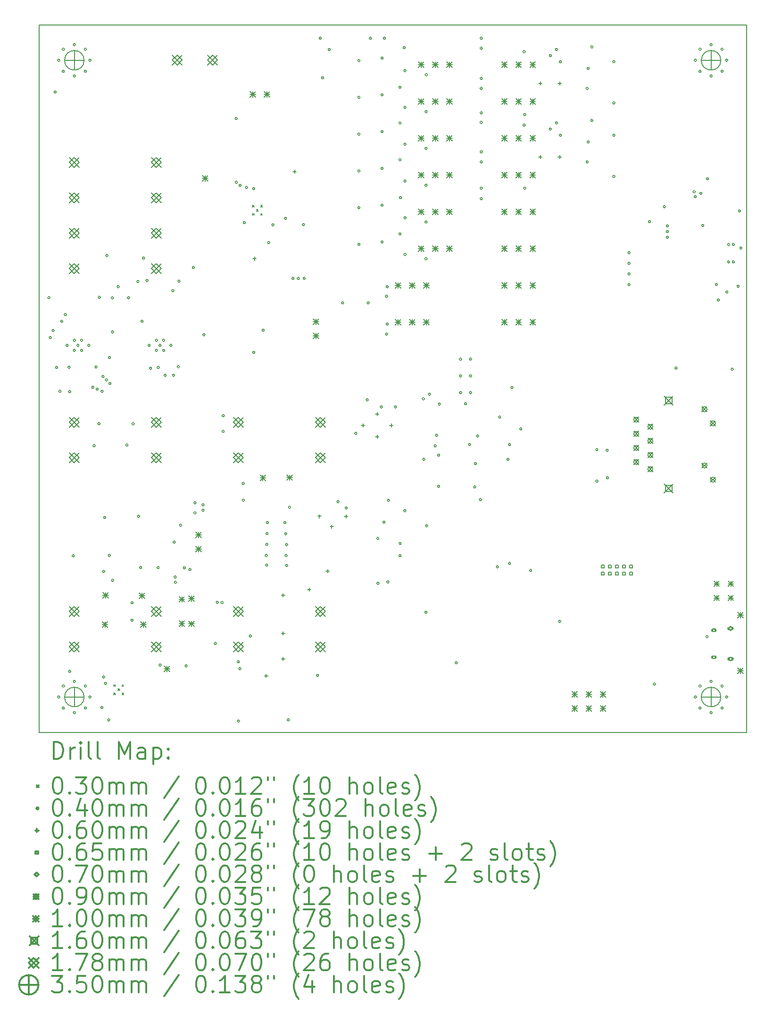
<source format=gbr>
%FSLAX45Y45*%
G04 Gerber Fmt 4.5, Leading zero omitted, Abs format (unit mm)*
G04 Created by KiCad (PCBNEW 4.0.4-stable) date Friday, December 29, 2017 'AMt' 10:56:16 AM*
%MOMM*%
%LPD*%
G01*
G04 APERTURE LIST*
%ADD10C,0.127000*%
%ADD11C,0.150000*%
%ADD12C,0.200000*%
%ADD13C,0.300000*%
G04 APERTURE END LIST*
D10*
D11*
X12700000Y-12700000D02*
X12700000Y0D01*
X0Y-12700000D02*
X12700000Y-12700000D01*
X0Y0D02*
X0Y-12700000D01*
X0Y0D02*
X12700000Y0D01*
D12*
X1342560Y-11843174D02*
X1372560Y-11873174D01*
X1372560Y-11843174D02*
X1342560Y-11873174D01*
X1342560Y-11993174D02*
X1372560Y-12023174D01*
X1372560Y-11993174D02*
X1342560Y-12023174D01*
X1417560Y-11918174D02*
X1447560Y-11948174D01*
X1447560Y-11918174D02*
X1417560Y-11948174D01*
X1492560Y-11843174D02*
X1522560Y-11873174D01*
X1522560Y-11843174D02*
X1492560Y-11873174D01*
X1492560Y-11993174D02*
X1522560Y-12023174D01*
X1522560Y-11993174D02*
X1492560Y-12023174D01*
X3830000Y-3237500D02*
X3860000Y-3267500D01*
X3860000Y-3237500D02*
X3830000Y-3267500D01*
X3830000Y-3387500D02*
X3860000Y-3417500D01*
X3860000Y-3387500D02*
X3830000Y-3417500D01*
X3905000Y-3312500D02*
X3935000Y-3342500D01*
X3935000Y-3312500D02*
X3905000Y-3342500D01*
X3980000Y-3237500D02*
X4010000Y-3267500D01*
X4010000Y-3237500D02*
X3980000Y-3267500D01*
X3980000Y-3387500D02*
X4010000Y-3417500D01*
X4010000Y-3387500D02*
X3980000Y-3417500D01*
X197800Y-4896612D02*
G75*
G03X197800Y-4896612I-20000J0D01*
G01*
X223200Y-5613400D02*
G75*
G03X223200Y-5613400I-20000J0D01*
G01*
X274000Y-5486400D02*
G75*
G03X274000Y-5486400I-20000J0D01*
G01*
X310000Y-1205000D02*
G75*
G03X310000Y-1205000I-20000J0D01*
G01*
X335000Y-6150000D02*
G75*
G03X335000Y-6150000I-20000J0D01*
G01*
X375000Y-635000D02*
G75*
G03X375000Y-635000I-20000J0D01*
G01*
X375000Y-12065000D02*
G75*
G03X375000Y-12065000I-20000J0D01*
G01*
X396682Y-6575806D02*
G75*
G03X396682Y-6575806I-20000J0D01*
G01*
X429194Y-5321300D02*
G75*
G03X429194Y-5321300I-20000J0D01*
G01*
X457011Y-437011D02*
G75*
G03X457011Y-437011I-20000J0D01*
G01*
X457011Y-832989D02*
G75*
G03X457011Y-832989I-20000J0D01*
G01*
X457011Y-11867011D02*
G75*
G03X457011Y-11867011I-20000J0D01*
G01*
X457011Y-12262989D02*
G75*
G03X457011Y-12262989I-20000J0D01*
G01*
X492948Y-5200396D02*
G75*
G03X492948Y-5200396I-20000J0D01*
G01*
X525000Y-5751500D02*
G75*
G03X525000Y-5751500I-20000J0D01*
G01*
X560000Y-6145000D02*
G75*
G03X560000Y-6145000I-20000J0D01*
G01*
X570926Y-11603736D02*
G75*
G03X570926Y-11603736I-20000J0D01*
G01*
X571434Y-6583680D02*
G75*
G03X571434Y-6583680I-20000J0D01*
G01*
X635000Y-9530000D02*
G75*
G03X635000Y-9530000I-20000J0D01*
G01*
X655000Y-355000D02*
G75*
G03X655000Y-355000I-20000J0D01*
G01*
X655000Y-915000D02*
G75*
G03X655000Y-915000I-20000J0D01*
G01*
X655000Y-5661500D02*
G75*
G03X655000Y-5661500I-20000J0D01*
G01*
X655000Y-5841500D02*
G75*
G03X655000Y-5841500I-20000J0D01*
G01*
X655000Y-11785000D02*
G75*
G03X655000Y-11785000I-20000J0D01*
G01*
X655000Y-12345000D02*
G75*
G03X655000Y-12345000I-20000J0D01*
G01*
X720000Y-5751500D02*
G75*
G03X720000Y-5751500I-20000J0D01*
G01*
X785000Y-5661500D02*
G75*
G03X785000Y-5661500I-20000J0D01*
G01*
X785000Y-5841500D02*
G75*
G03X785000Y-5841500I-20000J0D01*
G01*
X852989Y-437011D02*
G75*
G03X852989Y-437011I-20000J0D01*
G01*
X852989Y-832989D02*
G75*
G03X852989Y-832989I-20000J0D01*
G01*
X852989Y-11867011D02*
G75*
G03X852989Y-11867011I-20000J0D01*
G01*
X852989Y-12262989D02*
G75*
G03X852989Y-12262989I-20000J0D01*
G01*
X915000Y-5751500D02*
G75*
G03X915000Y-5751500I-20000J0D01*
G01*
X935000Y-635000D02*
G75*
G03X935000Y-635000I-20000J0D01*
G01*
X935000Y-12065000D02*
G75*
G03X935000Y-12065000I-20000J0D01*
G01*
X985841Y-6504159D02*
G75*
G03X985841Y-6504159I-20000J0D01*
G01*
X1010600Y-7554468D02*
G75*
G03X1010600Y-7554468I-20000J0D01*
G01*
X1045000Y-6140000D02*
G75*
G03X1045000Y-6140000I-20000J0D01*
G01*
X1064000Y-6540000D02*
G75*
G03X1064000Y-6540000I-20000J0D01*
G01*
X1095000Y-7160000D02*
G75*
G03X1095000Y-7160000I-20000J0D01*
G01*
X1103564Y-4890516D02*
G75*
G03X1103564Y-4890516I-20000J0D01*
G01*
X1150046Y-12252706D02*
G75*
G03X1150046Y-12252706I-20000J0D01*
G01*
X1152000Y-6578000D02*
G75*
G03X1152000Y-6578000I-20000J0D01*
G01*
X1169000Y-6310000D02*
G75*
G03X1169000Y-6310000I-20000J0D01*
G01*
X1180000Y-9810000D02*
G75*
G03X1180000Y-9810000I-20000J0D01*
G01*
X1180018Y-11704320D02*
G75*
G03X1180018Y-11704320I-20000J0D01*
G01*
X1200592Y-8841232D02*
G75*
G03X1200592Y-8841232I-20000J0D01*
G01*
X1214054Y-11820144D02*
G75*
G03X1214054Y-11820144I-20000J0D01*
G01*
X1232000Y-6373000D02*
G75*
G03X1232000Y-6373000I-20000J0D01*
G01*
X1239200Y-4140200D02*
G75*
G03X1239200Y-4140200I-20000J0D01*
G01*
X1273236Y-12475210D02*
G75*
G03X1273236Y-12475210I-20000J0D01*
G01*
X1282126Y-9523984D02*
G75*
G03X1282126Y-9523984I-20000J0D01*
G01*
X1285000Y-5970000D02*
G75*
G03X1285000Y-5970000I-20000J0D01*
G01*
X1294000Y-6435000D02*
G75*
G03X1294000Y-6435000I-20000J0D01*
G01*
X1335974Y-4900422D02*
G75*
G03X1335974Y-4900422I-20000J0D01*
G01*
X1340000Y-9970000D02*
G75*
G03X1340000Y-9970000I-20000J0D01*
G01*
X1340800Y-5511800D02*
G75*
G03X1340800Y-5511800I-20000J0D01*
G01*
X1442400Y-4699000D02*
G75*
G03X1442400Y-4699000I-20000J0D01*
G01*
X1598864Y-7542276D02*
G75*
G03X1598864Y-7542276I-20000J0D01*
G01*
X1626042Y-4897882D02*
G75*
G03X1626042Y-4897882I-20000J0D01*
G01*
X1690000Y-10375000D02*
G75*
G03X1690000Y-10375000I-20000J0D01*
G01*
X1690000Y-10685000D02*
G75*
G03X1690000Y-10685000I-20000J0D01*
G01*
X1710000Y-7160000D02*
G75*
G03X1710000Y-7160000I-20000J0D01*
G01*
X1795968Y-4606544D02*
G75*
G03X1795968Y-4606544I-20000J0D01*
G01*
X1806636Y-8821420D02*
G75*
G03X1806636Y-8821420I-20000J0D01*
G01*
X1845000Y-9740000D02*
G75*
G03X1845000Y-9740000I-20000J0D01*
G01*
X1870644Y-5319522D02*
G75*
G03X1870644Y-5319522I-20000J0D01*
G01*
X1896806Y-4185666D02*
G75*
G03X1896806Y-4185666I-20000J0D01*
G01*
X1959798Y-4588002D02*
G75*
G03X1959798Y-4588002I-20000J0D01*
G01*
X1998000Y-5751500D02*
G75*
G03X1998000Y-5751500I-20000J0D01*
G01*
X2023044Y-6162548D02*
G75*
G03X2023044Y-6162548I-20000J0D01*
G01*
X2128000Y-5661500D02*
G75*
G03X2128000Y-5661500I-20000J0D01*
G01*
X2128000Y-5841500D02*
G75*
G03X2128000Y-5841500I-20000J0D01*
G01*
X2158680Y-9740646D02*
G75*
G03X2158680Y-9740646I-20000J0D01*
G01*
X2160000Y-6149000D02*
G75*
G03X2160000Y-6149000I-20000J0D01*
G01*
X2193000Y-5751500D02*
G75*
G03X2193000Y-5751500I-20000J0D01*
G01*
X2196018Y-11490960D02*
G75*
G03X2196018Y-11490960I-20000J0D01*
G01*
X2258000Y-5661500D02*
G75*
G03X2258000Y-5661500I-20000J0D01*
G01*
X2258000Y-5841500D02*
G75*
G03X2258000Y-5841500I-20000J0D01*
G01*
X2285000Y-6290000D02*
G75*
G03X2285000Y-6290000I-20000J0D01*
G01*
X2388000Y-5751500D02*
G75*
G03X2388000Y-5751500I-20000J0D01*
G01*
X2423348Y-4770120D02*
G75*
G03X2423348Y-4770120I-20000J0D01*
G01*
X2435000Y-6290000D02*
G75*
G03X2435000Y-6290000I-20000J0D01*
G01*
X2447732Y-9284716D02*
G75*
G03X2447732Y-9284716I-20000J0D01*
G01*
X2465000Y-9910000D02*
G75*
G03X2465000Y-9910000I-20000J0D01*
G01*
X2470000Y-10005000D02*
G75*
G03X2470000Y-10005000I-20000J0D01*
G01*
X2520000Y-6135000D02*
G75*
G03X2520000Y-6135000I-20000J0D01*
G01*
X2532500Y-4600000D02*
G75*
G03X2532500Y-4600000I-20000J0D01*
G01*
X2563302Y-8979408D02*
G75*
G03X2563302Y-8979408I-20000J0D01*
G01*
X2630000Y-9745000D02*
G75*
G03X2630000Y-9745000I-20000J0D01*
G01*
X2660838Y-11505184D02*
G75*
G03X2660838Y-11505184I-20000J0D01*
G01*
X2730000Y-9775000D02*
G75*
G03X2730000Y-9775000I-20000J0D01*
G01*
X2790000Y-4355000D02*
G75*
G03X2790000Y-4355000I-20000J0D01*
G01*
X2820000Y-8580000D02*
G75*
G03X2820000Y-8580000I-20000J0D01*
G01*
X2820000Y-8760000D02*
G75*
G03X2820000Y-8760000I-20000J0D01*
G01*
X2965000Y-8615000D02*
G75*
G03X2965000Y-8615000I-20000J0D01*
G01*
X2965000Y-8710000D02*
G75*
G03X2965000Y-8710000I-20000J0D01*
G01*
X2980370Y-5561838D02*
G75*
G03X2980370Y-5561838I-20000J0D01*
G01*
X3186872Y-11102340D02*
G75*
G03X3186872Y-11102340I-20000J0D01*
G01*
X3220400Y-10363708D02*
G75*
G03X3220400Y-10363708I-20000J0D01*
G01*
X3304982Y-10369296D02*
G75*
G03X3304982Y-10369296I-20000J0D01*
G01*
X3326064Y-7294880D02*
G75*
G03X3326064Y-7294880I-20000J0D01*
G01*
X3328096Y-7014464D02*
G75*
G03X3328096Y-7014464I-20000J0D01*
G01*
X3560000Y-1680000D02*
G75*
G03X3560000Y-1680000I-20000J0D01*
G01*
X3562500Y-2825000D02*
G75*
G03X3562500Y-2825000I-20000J0D01*
G01*
X3597590Y-11433810D02*
G75*
G03X3597590Y-11433810I-20000J0D01*
G01*
X3601400Y-12496800D02*
G75*
G03X3601400Y-12496800I-20000J0D01*
G01*
X3626800Y-11557000D02*
G75*
G03X3626800Y-11557000I-20000J0D01*
G01*
X3630000Y-2882500D02*
G75*
G03X3630000Y-2882500I-20000J0D01*
G01*
X3684458Y-8230870D02*
G75*
G03X3684458Y-8230870I-20000J0D01*
G01*
X3688014Y-8532622D02*
G75*
G03X3688014Y-8532622I-20000J0D01*
G01*
X3707500Y-3550000D02*
G75*
G03X3707500Y-3550000I-20000J0D01*
G01*
X3745000Y-2917501D02*
G75*
G03X3745000Y-2917501I-20000J0D01*
G01*
X3814252Y-10969244D02*
G75*
G03X3814252Y-10969244I-20000J0D01*
G01*
X3875000Y-2937500D02*
G75*
G03X3875000Y-2937500I-20000J0D01*
G01*
X3875720Y-5875528D02*
G75*
G03X3875720Y-5875528I-20000J0D01*
G01*
X4044884Y-5479288D02*
G75*
G03X4044884Y-5479288I-20000J0D01*
G01*
X4100000Y-9525000D02*
G75*
G03X4100000Y-9525000I-20000J0D01*
G01*
X4107368Y-9697212D02*
G75*
G03X4107368Y-9697212I-20000J0D01*
G01*
X4110000Y-9325000D02*
G75*
G03X4110000Y-9325000I-20000J0D01*
G01*
X4115000Y-9130000D02*
G75*
G03X4115000Y-9130000I-20000J0D01*
G01*
X4120000Y-8935000D02*
G75*
G03X4120000Y-8935000I-20000J0D01*
G01*
X4142500Y-3907500D02*
G75*
G03X4142500Y-3907500I-20000J0D01*
G01*
X4219000Y-3589000D02*
G75*
G03X4219000Y-3589000I-20000J0D01*
G01*
X4435000Y-8935000D02*
G75*
G03X4435000Y-8935000I-20000J0D01*
G01*
X4445500Y-3472500D02*
G75*
G03X4445500Y-3472500I-20000J0D01*
G01*
X4450000Y-9135000D02*
G75*
G03X4450000Y-9135000I-20000J0D01*
G01*
X4455000Y-9525000D02*
G75*
G03X4455000Y-9525000I-20000J0D01*
G01*
X4465000Y-9330000D02*
G75*
G03X4465000Y-9330000I-20000J0D01*
G01*
X4465508Y-9703308D02*
G75*
G03X4465508Y-9703308I-20000J0D01*
G01*
X4496196Y-12474728D02*
G75*
G03X4496196Y-12474728I-20000J0D01*
G01*
X4518086Y-8658606D02*
G75*
G03X4518086Y-8658606I-20000J0D01*
G01*
X4580000Y-4550000D02*
G75*
G03X4580000Y-4550000I-20000J0D01*
G01*
X4675000Y-4550000D02*
G75*
G03X4675000Y-4550000I-20000J0D01*
G01*
X4768000Y-3585000D02*
G75*
G03X4768000Y-3585000I-20000J0D01*
G01*
X4780000Y-4550000D02*
G75*
G03X4780000Y-4550000I-20000J0D01*
G01*
X5020752Y-11675872D02*
G75*
G03X5020752Y-11675872I-20000J0D01*
G01*
X5070000Y-240000D02*
G75*
G03X5070000Y-240000I-20000J0D01*
G01*
X5110000Y-950000D02*
G75*
G03X5110000Y-950000I-20000J0D01*
G01*
X5230000Y-440000D02*
G75*
G03X5230000Y-440000I-20000J0D01*
G01*
X5387528Y-8557768D02*
G75*
G03X5387528Y-8557768I-20000J0D01*
G01*
X5470000Y-4990000D02*
G75*
G03X5470000Y-4990000I-20000J0D01*
G01*
X5536626Y-8670036D02*
G75*
G03X5536626Y-8670036I-20000J0D01*
G01*
X5707568Y-7331964D02*
G75*
G03X5707568Y-7331964I-20000J0D01*
G01*
X5763000Y-641000D02*
G75*
G03X5763000Y-641000I-20000J0D01*
G01*
X5763000Y-1301000D02*
G75*
G03X5763000Y-1301000I-20000J0D01*
G01*
X5763000Y-1961000D02*
G75*
G03X5763000Y-1961000I-20000J0D01*
G01*
X5763000Y-2621000D02*
G75*
G03X5763000Y-2621000I-20000J0D01*
G01*
X5763000Y-3281000D02*
G75*
G03X5763000Y-3281000I-20000J0D01*
G01*
X5763000Y-3941000D02*
G75*
G03X5763000Y-3941000I-20000J0D01*
G01*
X5912800Y-6731000D02*
G75*
G03X5912800Y-6731000I-20000J0D01*
G01*
X5930000Y-4990000D02*
G75*
G03X5930000Y-4990000I-20000J0D01*
G01*
X5970000Y-240000D02*
G75*
G03X5970000Y-240000I-20000J0D01*
G01*
X6102284Y-9218168D02*
G75*
G03X6102284Y-9218168I-20000J0D01*
G01*
X6104570Y-10024110D02*
G75*
G03X6104570Y-10024110I-20000J0D01*
G01*
X6166800Y-6858000D02*
G75*
G03X6166800Y-6858000I-20000J0D01*
G01*
X6180000Y-595000D02*
G75*
G03X6180000Y-595000I-20000J0D01*
G01*
X6180000Y-1255000D02*
G75*
G03X6180000Y-1255000I-20000J0D01*
G01*
X6180000Y-1915000D02*
G75*
G03X6180000Y-1915000I-20000J0D01*
G01*
X6180000Y-2575000D02*
G75*
G03X6180000Y-2575000I-20000J0D01*
G01*
X6180000Y-3235000D02*
G75*
G03X6180000Y-3235000I-20000J0D01*
G01*
X6180000Y-3895000D02*
G75*
G03X6180000Y-3895000I-20000J0D01*
G01*
X6211758Y-8925814D02*
G75*
G03X6211758Y-8925814I-20000J0D01*
G01*
X6220000Y-240000D02*
G75*
G03X6220000Y-240000I-20000J0D01*
G01*
X6260000Y-4870000D02*
G75*
G03X6260000Y-4870000I-20000J0D01*
G01*
X6260000Y-5550000D02*
G75*
G03X6260000Y-5550000I-20000J0D01*
G01*
X6270000Y-4700000D02*
G75*
G03X6270000Y-4700000I-20000J0D01*
G01*
X6270000Y-5370000D02*
G75*
G03X6270000Y-5370000I-20000J0D01*
G01*
X6282878Y-9998202D02*
G75*
G03X6282878Y-9998202I-20000J0D01*
G01*
X6293800Y-8534400D02*
G75*
G03X6293800Y-8534400I-20000J0D01*
G01*
X6420800Y-6858000D02*
G75*
G03X6420800Y-6858000I-20000J0D01*
G01*
X6500000Y-1120000D02*
G75*
G03X6500000Y-1120000I-20000J0D01*
G01*
X6500000Y-1760000D02*
G75*
G03X6500000Y-1760000I-20000J0D01*
G01*
X6500000Y-2420000D02*
G75*
G03X6500000Y-2420000I-20000J0D01*
G01*
X6500000Y-3750000D02*
G75*
G03X6500000Y-3750000I-20000J0D01*
G01*
X6502080Y-9528556D02*
G75*
G03X6502080Y-9528556I-20000J0D01*
G01*
X6502588Y-9307068D02*
G75*
G03X6502588Y-9307068I-20000J0D01*
G01*
X6510000Y-3100000D02*
G75*
G03X6510000Y-3100000I-20000J0D01*
G01*
X6576000Y-410000D02*
G75*
G03X6576000Y-410000I-20000J0D01*
G01*
X6587678Y-8720074D02*
G75*
G03X6587678Y-8720074I-20000J0D01*
G01*
X6590000Y-821000D02*
G75*
G03X6590000Y-821000I-20000J0D01*
G01*
X6590000Y-1481000D02*
G75*
G03X6590000Y-1481000I-20000J0D01*
G01*
X6590000Y-2141000D02*
G75*
G03X6590000Y-2141000I-20000J0D01*
G01*
X6590000Y-2801000D02*
G75*
G03X6590000Y-2801000I-20000J0D01*
G01*
X6590000Y-3461000D02*
G75*
G03X6590000Y-3461000I-20000J0D01*
G01*
X6590000Y-4121000D02*
G75*
G03X6590000Y-4121000I-20000J0D01*
G01*
X6920418Y-6711950D02*
G75*
G03X6920418Y-6711950I-20000J0D01*
G01*
X6928800Y-7797800D02*
G75*
G03X6928800Y-7797800I-20000J0D01*
G01*
X6966900Y-10541000D02*
G75*
G03X6966900Y-10541000I-20000J0D01*
G01*
X6969000Y-1557000D02*
G75*
G03X6969000Y-1557000I-20000J0D01*
G01*
X6969000Y-2217000D02*
G75*
G03X6969000Y-2217000I-20000J0D01*
G01*
X6969000Y-2877000D02*
G75*
G03X6969000Y-2877000I-20000J0D01*
G01*
X6969000Y-3537000D02*
G75*
G03X6969000Y-3537000I-20000J0D01*
G01*
X6969000Y-4197000D02*
G75*
G03X6969000Y-4197000I-20000J0D01*
G01*
X6971000Y-895000D02*
G75*
G03X6971000Y-895000I-20000J0D01*
G01*
X6979600Y-8991600D02*
G75*
G03X6979600Y-8991600I-20000J0D01*
G01*
X7030400Y-6629400D02*
G75*
G03X7030400Y-6629400I-20000J0D01*
G01*
X7132000Y-7556500D02*
G75*
G03X7132000Y-7556500I-20000J0D01*
G01*
X7157400Y-7366000D02*
G75*
G03X7157400Y-7366000I-20000J0D01*
G01*
X7195500Y-7721600D02*
G75*
G03X7195500Y-7721600I-20000J0D01*
G01*
X7195500Y-8280400D02*
G75*
G03X7195500Y-8280400I-20000J0D01*
G01*
X7208200Y-6807200D02*
G75*
G03X7208200Y-6807200I-20000J0D01*
G01*
X7510460Y-11449812D02*
G75*
G03X7510460Y-11449812I-20000J0D01*
G01*
X7586500Y-6000000D02*
G75*
G03X7586500Y-6000000I-20000J0D01*
G01*
X7586500Y-6300000D02*
G75*
G03X7586500Y-6300000I-20000J0D01*
G01*
X7586500Y-6600000D02*
G75*
G03X7586500Y-6600000I-20000J0D01*
G01*
X7676500Y-6800000D02*
G75*
G03X7676500Y-6800000I-20000J0D01*
G01*
X7749728Y-7531608D02*
G75*
G03X7749728Y-7531608I-20000J0D01*
G01*
X7766500Y-6000000D02*
G75*
G03X7766500Y-6000000I-20000J0D01*
G01*
X7766500Y-6300000D02*
G75*
G03X7766500Y-6300000I-20000J0D01*
G01*
X7766500Y-6600000D02*
G75*
G03X7766500Y-6600000I-20000J0D01*
G01*
X7843200Y-8293100D02*
G75*
G03X7843200Y-8293100I-20000J0D01*
G01*
X7855900Y-7874000D02*
G75*
G03X7855900Y-7874000I-20000J0D01*
G01*
X7894000Y-7378700D02*
G75*
G03X7894000Y-7378700I-20000J0D01*
G01*
X7944800Y-8521700D02*
G75*
G03X7944800Y-8521700I-20000J0D01*
G01*
X7960000Y-240000D02*
G75*
G03X7960000Y-240000I-20000J0D01*
G01*
X7960000Y-420000D02*
G75*
G03X7960000Y-420000I-20000J0D01*
G01*
X7960000Y-960000D02*
G75*
G03X7960000Y-960000I-20000J0D01*
G01*
X7960000Y-1140000D02*
G75*
G03X7960000Y-1140000I-20000J0D01*
G01*
X7960000Y-1580000D02*
G75*
G03X7960000Y-1580000I-20000J0D01*
G01*
X7960000Y-1750000D02*
G75*
G03X7960000Y-1750000I-20000J0D01*
G01*
X7960000Y-2280000D02*
G75*
G03X7960000Y-2280000I-20000J0D01*
G01*
X7960000Y-2460000D02*
G75*
G03X7960000Y-2460000I-20000J0D01*
G01*
X7960000Y-2930000D02*
G75*
G03X7960000Y-2930000I-20000J0D01*
G01*
X7960000Y-3120000D02*
G75*
G03X7960000Y-3120000I-20000J0D01*
G01*
X8249600Y-9728200D02*
G75*
G03X8249600Y-9728200I-20000J0D01*
G01*
X8290000Y-7040000D02*
G75*
G03X8290000Y-7040000I-20000J0D01*
G01*
X8440100Y-7797800D02*
G75*
G03X8440100Y-7797800I-20000J0D01*
G01*
X8465500Y-7531100D02*
G75*
G03X8465500Y-7531100I-20000J0D01*
G01*
X8465500Y-9664700D02*
G75*
G03X8465500Y-9664700I-20000J0D01*
G01*
X8510000Y-6510000D02*
G75*
G03X8510000Y-6510000I-20000J0D01*
G01*
X8668700Y-7251700D02*
G75*
G03X8668700Y-7251700I-20000J0D01*
G01*
X8730000Y-480000D02*
G75*
G03X8730000Y-480000I-20000J0D01*
G01*
X8730000Y-1800000D02*
G75*
G03X8730000Y-1800000I-20000J0D01*
G01*
X8740000Y-1610000D02*
G75*
G03X8740000Y-1610000I-20000J0D01*
G01*
X8740000Y-2930000D02*
G75*
G03X8740000Y-2930000I-20000J0D01*
G01*
X8846500Y-9791700D02*
G75*
G03X8846500Y-9791700I-20000J0D01*
G01*
X9200000Y-550000D02*
G75*
G03X9200000Y-550000I-20000J0D01*
G01*
X9200000Y-1870000D02*
G75*
G03X9200000Y-1870000I-20000J0D01*
G01*
X9310000Y-440000D02*
G75*
G03X9310000Y-440000I-20000J0D01*
G01*
X9310000Y-1760000D02*
G75*
G03X9310000Y-1760000I-20000J0D01*
G01*
X9367200Y-10706100D02*
G75*
G03X9367200Y-10706100I-20000J0D01*
G01*
X9380000Y-660000D02*
G75*
G03X9380000Y-660000I-20000J0D01*
G01*
X9380000Y-1980000D02*
G75*
G03X9380000Y-1980000I-20000J0D01*
G01*
X9860000Y-1140000D02*
G75*
G03X9860000Y-1140000I-20000J0D01*
G01*
X9860000Y-2460000D02*
G75*
G03X9860000Y-2460000I-20000J0D01*
G01*
X9880000Y-780000D02*
G75*
G03X9880000Y-780000I-20000J0D01*
G01*
X9880000Y-2100000D02*
G75*
G03X9880000Y-2100000I-20000J0D01*
G01*
X9944999Y-394999D02*
G75*
G03X9944999Y-394999I-20000J0D01*
G01*
X9944999Y-1714999D02*
G75*
G03X9944999Y-1714999I-20000J0D01*
G01*
X10035000Y-7625000D02*
G75*
G03X10035000Y-7625000I-20000J0D01*
G01*
X10035000Y-8190000D02*
G75*
G03X10035000Y-8190000I-20000J0D01*
G01*
X10220000Y-7635000D02*
G75*
G03X10220000Y-7635000I-20000J0D01*
G01*
X10225000Y-8130000D02*
G75*
G03X10225000Y-8130000I-20000J0D01*
G01*
X10340000Y-660000D02*
G75*
G03X10340000Y-660000I-20000J0D01*
G01*
X10340000Y-1400000D02*
G75*
G03X10340000Y-1400000I-20000J0D01*
G01*
X10340000Y-1980000D02*
G75*
G03X10340000Y-1980000I-20000J0D01*
G01*
X10340000Y-2720000D02*
G75*
G03X10340000Y-2720000I-20000J0D01*
G01*
X10611800Y-4089400D02*
G75*
G03X10611800Y-4089400I-20000J0D01*
G01*
X10611800Y-4279900D02*
G75*
G03X10611800Y-4279900I-20000J0D01*
G01*
X10611800Y-4470400D02*
G75*
G03X10611800Y-4470400I-20000J0D01*
G01*
X10611800Y-4660900D02*
G75*
G03X10611800Y-4660900I-20000J0D01*
G01*
X10980100Y-3530600D02*
G75*
G03X10980100Y-3530600I-20000J0D01*
G01*
X11068238Y-11832336D02*
G75*
G03X11068238Y-11832336I-20000J0D01*
G01*
X11246800Y-3263900D02*
G75*
G03X11246800Y-3263900I-20000J0D01*
G01*
X11300000Y-3610000D02*
G75*
G03X11300000Y-3610000I-20000J0D01*
G01*
X11300000Y-3710000D02*
G75*
G03X11300000Y-3710000I-20000J0D01*
G01*
X11300000Y-3810000D02*
G75*
G03X11300000Y-3810000I-20000J0D01*
G01*
X11455000Y-6160000D02*
G75*
G03X11455000Y-6160000I-20000J0D01*
G01*
X11780000Y-2995000D02*
G75*
G03X11780000Y-2995000I-20000J0D01*
G01*
X11800000Y-3085000D02*
G75*
G03X11800000Y-3085000I-20000J0D01*
G01*
X11805000Y-635000D02*
G75*
G03X11805000Y-635000I-20000J0D01*
G01*
X11805000Y-12065000D02*
G75*
G03X11805000Y-12065000I-20000J0D01*
G01*
X11887011Y-437011D02*
G75*
G03X11887011Y-437011I-20000J0D01*
G01*
X11887011Y-832989D02*
G75*
G03X11887011Y-832989I-20000J0D01*
G01*
X11887011Y-11867011D02*
G75*
G03X11887011Y-11867011I-20000J0D01*
G01*
X11887011Y-12262989D02*
G75*
G03X11887011Y-12262989I-20000J0D01*
G01*
X11902500Y-3025000D02*
G75*
G03X11902500Y-3025000I-20000J0D01*
G01*
X11935000Y-3600000D02*
G75*
G03X11935000Y-3600000I-20000J0D01*
G01*
X12012500Y-10980000D02*
G75*
G03X12012500Y-10980000I-20000J0D01*
G01*
X12020000Y-2760000D02*
G75*
G03X12020000Y-2760000I-20000J0D01*
G01*
X12085000Y-355000D02*
G75*
G03X12085000Y-355000I-20000J0D01*
G01*
X12085000Y-915000D02*
G75*
G03X12085000Y-915000I-20000J0D01*
G01*
X12085000Y-11785000D02*
G75*
G03X12085000Y-11785000I-20000J0D01*
G01*
X12085000Y-12345000D02*
G75*
G03X12085000Y-12345000I-20000J0D01*
G01*
X12180000Y-4660000D02*
G75*
G03X12180000Y-4660000I-20000J0D01*
G01*
X12215000Y-4940000D02*
G75*
G03X12215000Y-4940000I-20000J0D01*
G01*
X12282989Y-437011D02*
G75*
G03X12282989Y-437011I-20000J0D01*
G01*
X12282989Y-832989D02*
G75*
G03X12282989Y-832989I-20000J0D01*
G01*
X12282989Y-11867011D02*
G75*
G03X12282989Y-11867011I-20000J0D01*
G01*
X12282989Y-12262989D02*
G75*
G03X12282989Y-12262989I-20000J0D01*
G01*
X12365000Y-635000D02*
G75*
G03X12365000Y-635000I-20000J0D01*
G01*
X12365000Y-12065000D02*
G75*
G03X12365000Y-12065000I-20000J0D01*
G01*
X12370000Y-4795000D02*
G75*
G03X12370000Y-4795000I-20000J0D01*
G01*
X12400000Y-4255000D02*
G75*
G03X12400000Y-4255000I-20000J0D01*
G01*
X12400234Y-3942225D02*
G75*
G03X12400234Y-3942225I-20000J0D01*
G01*
X12465000Y-6180000D02*
G75*
G03X12465000Y-6180000I-20000J0D01*
G01*
X12484699Y-3941428D02*
G75*
G03X12484699Y-3941428I-20000J0D01*
G01*
X12485000Y-4255000D02*
G75*
G03X12485000Y-4255000I-20000J0D01*
G01*
X12570000Y-4690000D02*
G75*
G03X12570000Y-4690000I-20000J0D01*
G01*
X12595000Y-3340000D02*
G75*
G03X12595000Y-3340000I-20000J0D01*
G01*
X12620000Y-4005000D02*
G75*
G03X12620000Y-4005000I-20000J0D01*
G01*
X3870000Y-4162500D02*
X3870000Y-4222500D01*
X3840000Y-4192500D02*
X3900000Y-4192500D01*
X4076700Y-11654000D02*
X4076700Y-11714000D01*
X4046700Y-11684000D02*
X4106700Y-11684000D01*
X4381500Y-10206200D02*
X4381500Y-10266200D01*
X4351500Y-10236200D02*
X4411500Y-10236200D01*
X4381500Y-10892000D02*
X4381500Y-10952000D01*
X4351500Y-10922000D02*
X4411500Y-10922000D01*
X4381500Y-11349200D02*
X4381500Y-11409200D01*
X4351500Y-11379200D02*
X4411500Y-11379200D01*
X4590000Y-2602500D02*
X4590000Y-2662500D01*
X4560000Y-2632500D02*
X4620000Y-2632500D01*
X4851400Y-10104600D02*
X4851400Y-10164600D01*
X4821400Y-10134600D02*
X4881400Y-10134600D01*
X5032756Y-8789388D02*
X5032756Y-8849388D01*
X5002756Y-8819388D02*
X5062756Y-8819388D01*
X5181600Y-9774400D02*
X5181600Y-9834400D01*
X5151600Y-9804400D02*
X5211600Y-9804400D01*
X5253990Y-8973030D02*
X5253990Y-9033030D01*
X5223990Y-9003030D02*
X5283990Y-9003030D01*
X5513578Y-8790150D02*
X5513578Y-8850150D01*
X5483578Y-8820150D02*
X5543578Y-8820150D01*
X5816600Y-7158200D02*
X5816600Y-7218200D01*
X5786600Y-7188200D02*
X5846600Y-7188200D01*
X6070600Y-6955000D02*
X6070600Y-7015000D01*
X6040600Y-6985000D02*
X6100600Y-6985000D01*
X6070600Y-7361400D02*
X6070600Y-7421400D01*
X6040600Y-7391400D02*
X6100600Y-7391400D01*
X6324600Y-7158200D02*
X6324600Y-7218200D01*
X6294600Y-7188200D02*
X6354600Y-7188200D01*
X9000000Y-1020000D02*
X9000000Y-1080000D01*
X8970000Y-1050000D02*
X9030000Y-1050000D01*
X9000000Y-2340000D02*
X9000000Y-2400000D01*
X8970000Y-2370000D02*
X9030000Y-2370000D01*
X9350000Y-1020000D02*
X9350000Y-1080000D01*
X9320000Y-1050000D02*
X9380000Y-1050000D01*
X9350000Y-2340000D02*
X9350000Y-2400000D01*
X9320000Y-2370000D02*
X9380000Y-2370000D01*
X10143981Y-9745981D02*
X10143981Y-9700019D01*
X10098019Y-9700019D01*
X10098019Y-9745981D01*
X10143981Y-9745981D01*
X10143981Y-9872981D02*
X10143981Y-9827019D01*
X10098019Y-9827019D01*
X10098019Y-9872981D01*
X10143981Y-9872981D01*
X10270981Y-9745981D02*
X10270981Y-9700019D01*
X10225019Y-9700019D01*
X10225019Y-9745981D01*
X10270981Y-9745981D01*
X10270981Y-9872981D02*
X10270981Y-9827019D01*
X10225019Y-9827019D01*
X10225019Y-9872981D01*
X10270981Y-9872981D01*
X10397981Y-9745981D02*
X10397981Y-9700019D01*
X10352019Y-9700019D01*
X10352019Y-9745981D01*
X10397981Y-9745981D01*
X10397981Y-9872981D02*
X10397981Y-9827019D01*
X10352019Y-9827019D01*
X10352019Y-9872981D01*
X10397981Y-9872981D01*
X10524981Y-9745981D02*
X10524981Y-9700019D01*
X10479019Y-9700019D01*
X10479019Y-9745981D01*
X10524981Y-9745981D01*
X10524981Y-9872981D02*
X10524981Y-9827019D01*
X10479019Y-9827019D01*
X10479019Y-9872981D01*
X10524981Y-9872981D01*
X10651981Y-9745981D02*
X10651981Y-9700019D01*
X10606019Y-9700019D01*
X10606019Y-9745981D01*
X10651981Y-9745981D01*
X10651981Y-9872981D02*
X10651981Y-9827019D01*
X10606019Y-9827019D01*
X10606019Y-9872981D01*
X10651981Y-9872981D01*
X12137981Y-10888981D02*
X12137981Y-10843019D01*
X12092019Y-10843019D01*
X12092019Y-10888981D01*
X12137981Y-10888981D01*
X12135000Y-10843500D02*
X12095000Y-10843500D01*
X12135000Y-10888500D02*
X12095000Y-10888500D01*
X12095000Y-10843500D02*
G75*
G03X12095000Y-10888500I0J-22500D01*
G01*
X12135000Y-10888500D02*
G75*
G03X12135000Y-10843500I0J22500D01*
G01*
X12137981Y-11372981D02*
X12137981Y-11327019D01*
X12092019Y-11327019D01*
X12092019Y-11372981D01*
X12137981Y-11372981D01*
X12135000Y-11327500D02*
X12095000Y-11327500D01*
X12135000Y-11372500D02*
X12095000Y-11372500D01*
X12095000Y-11327500D02*
G75*
G03X12095000Y-11372500I0J-22500D01*
G01*
X12135000Y-11372500D02*
G75*
G03X12135000Y-11327500I0J22500D01*
G01*
X12415000Y-10870000D02*
X12450000Y-10835000D01*
X12415000Y-10800000D01*
X12380000Y-10835000D01*
X12415000Y-10870000D01*
X12440000Y-10810000D02*
X12390000Y-10810000D01*
X12440000Y-10860000D02*
X12390000Y-10860000D01*
X12390000Y-10810000D02*
G75*
G03X12390000Y-10860000I0J-25000D01*
G01*
X12440000Y-10860000D02*
G75*
G03X12440000Y-10810000I0J25000D01*
G01*
X12415000Y-11416000D02*
X12450000Y-11381000D01*
X12415000Y-11346000D01*
X12380000Y-11381000D01*
X12415000Y-11416000D01*
X12440000Y-11356000D02*
X12390000Y-11356000D01*
X12440000Y-11406000D02*
X12390000Y-11406000D01*
X12390000Y-11356000D02*
G75*
G03X12390000Y-11406000I0J-25000D01*
G01*
X12440000Y-11406000D02*
G75*
G03X12440000Y-11356000I0J25000D01*
G01*
X10676191Y-7040579D02*
X10766191Y-7130579D01*
X10766191Y-7040579D02*
X10676191Y-7130579D01*
X10766191Y-7085579D02*
G75*
G03X10766191Y-7085579I-45000J0D01*
G01*
X10676191Y-7294579D02*
X10766191Y-7384579D01*
X10766191Y-7294579D02*
X10676191Y-7384579D01*
X10766191Y-7339579D02*
G75*
G03X10766191Y-7339579I-45000J0D01*
G01*
X10676191Y-7548579D02*
X10766191Y-7638579D01*
X10766191Y-7548579D02*
X10676191Y-7638579D01*
X10766191Y-7593579D02*
G75*
G03X10766191Y-7593579I-45000J0D01*
G01*
X10676191Y-7802579D02*
X10766191Y-7892579D01*
X10766191Y-7802579D02*
X10676191Y-7892579D01*
X10766191Y-7847579D02*
G75*
G03X10766191Y-7847579I-45000J0D01*
G01*
X10930191Y-7167579D02*
X11020191Y-7257579D01*
X11020191Y-7167579D02*
X10930191Y-7257579D01*
X11020191Y-7212579D02*
G75*
G03X11020191Y-7212579I-45000J0D01*
G01*
X10930191Y-7421579D02*
X11020191Y-7511579D01*
X11020191Y-7421579D02*
X10930191Y-7511579D01*
X11020191Y-7466579D02*
G75*
G03X11020191Y-7466579I-45000J0D01*
G01*
X10930191Y-7675579D02*
X11020191Y-7765579D01*
X11020191Y-7675579D02*
X10930191Y-7765579D01*
X11020191Y-7720579D02*
G75*
G03X11020191Y-7720579I-45000J0D01*
G01*
X10930191Y-7929579D02*
X11020191Y-8019579D01*
X11020191Y-7929579D02*
X10930191Y-8019579D01*
X11020191Y-7974579D02*
G75*
G03X11020191Y-7974579I-45000J0D01*
G01*
X11903000Y-7863638D02*
X11993000Y-7953638D01*
X11993000Y-7863638D02*
X11903000Y-7953638D01*
X11993000Y-7908638D02*
G75*
G03X11993000Y-7908638I-45000J0D01*
G01*
X11903050Y-6852453D02*
X11993050Y-6942453D01*
X11993050Y-6852453D02*
X11903050Y-6942453D01*
X11993050Y-6897453D02*
G75*
G03X11993050Y-6897453I-45000J0D01*
G01*
X12055000Y-7106638D02*
X12145000Y-7196638D01*
X12145000Y-7106638D02*
X12055000Y-7196638D01*
X12145000Y-7151638D02*
G75*
G03X12145000Y-7151638I-45000J0D01*
G01*
X12055050Y-8117453D02*
X12145050Y-8207453D01*
X12145050Y-8117453D02*
X12055050Y-8207453D01*
X12145050Y-8162453D02*
G75*
G03X12145050Y-8162453I-45000J0D01*
G01*
X1135000Y-10710000D02*
X1235000Y-10810000D01*
X1235000Y-10710000D02*
X1135000Y-10810000D01*
X1185000Y-10710000D02*
X1185000Y-10810000D01*
X1135000Y-10760000D02*
X1235000Y-10760000D01*
X1145000Y-10185000D02*
X1245000Y-10285000D01*
X1245000Y-10185000D02*
X1145000Y-10285000D01*
X1195000Y-10185000D02*
X1195000Y-10285000D01*
X1145000Y-10235000D02*
X1245000Y-10235000D01*
X1800000Y-10195000D02*
X1900000Y-10295000D01*
X1900000Y-10195000D02*
X1800000Y-10295000D01*
X1850000Y-10195000D02*
X1850000Y-10295000D01*
X1800000Y-10245000D02*
X1900000Y-10245000D01*
X1825000Y-10710000D02*
X1925000Y-10810000D01*
X1925000Y-10710000D02*
X1825000Y-10810000D01*
X1875000Y-10710000D02*
X1875000Y-10810000D01*
X1825000Y-10760000D02*
X1925000Y-10760000D01*
X2250000Y-11510000D02*
X2350000Y-11610000D01*
X2350000Y-11510000D02*
X2250000Y-11610000D01*
X2300000Y-11510000D02*
X2300000Y-11610000D01*
X2250000Y-11560000D02*
X2350000Y-11560000D01*
X2515000Y-10260000D02*
X2615000Y-10360000D01*
X2615000Y-10260000D02*
X2515000Y-10360000D01*
X2565000Y-10260000D02*
X2565000Y-10360000D01*
X2515000Y-10310000D02*
X2615000Y-10310000D01*
X2515000Y-10695000D02*
X2615000Y-10795000D01*
X2615000Y-10695000D02*
X2515000Y-10795000D01*
X2565000Y-10695000D02*
X2565000Y-10795000D01*
X2515000Y-10745000D02*
X2615000Y-10745000D01*
X2685000Y-10250000D02*
X2785000Y-10350000D01*
X2785000Y-10250000D02*
X2685000Y-10350000D01*
X2735000Y-10250000D02*
X2735000Y-10350000D01*
X2685000Y-10300000D02*
X2785000Y-10300000D01*
X2685000Y-10700000D02*
X2785000Y-10800000D01*
X2785000Y-10700000D02*
X2685000Y-10800000D01*
X2735000Y-10700000D02*
X2735000Y-10800000D01*
X2685000Y-10750000D02*
X2785000Y-10750000D01*
X2815000Y-9105000D02*
X2915000Y-9205000D01*
X2915000Y-9105000D02*
X2815000Y-9205000D01*
X2865000Y-9105000D02*
X2865000Y-9205000D01*
X2815000Y-9155000D02*
X2915000Y-9155000D01*
X2815000Y-9359000D02*
X2915000Y-9459000D01*
X2915000Y-9359000D02*
X2815000Y-9459000D01*
X2865000Y-9359000D02*
X2865000Y-9459000D01*
X2815000Y-9409000D02*
X2915000Y-9409000D01*
X2932500Y-2705000D02*
X3032500Y-2805000D01*
X3032500Y-2705000D02*
X2932500Y-2805000D01*
X2982500Y-2705000D02*
X2982500Y-2805000D01*
X2932500Y-2755000D02*
X3032500Y-2755000D01*
X3791000Y-1195000D02*
X3891000Y-1295000D01*
X3891000Y-1195000D02*
X3791000Y-1295000D01*
X3841000Y-1195000D02*
X3841000Y-1295000D01*
X3791000Y-1245000D02*
X3891000Y-1245000D01*
X3970000Y-8080000D02*
X4070000Y-8180000D01*
X4070000Y-8080000D02*
X3970000Y-8180000D01*
X4020000Y-8080000D02*
X4020000Y-8180000D01*
X3970000Y-8130000D02*
X4070000Y-8130000D01*
X4045000Y-1195000D02*
X4145000Y-1295000D01*
X4145000Y-1195000D02*
X4045000Y-1295000D01*
X4095000Y-1195000D02*
X4095000Y-1295000D01*
X4045000Y-1245000D02*
X4145000Y-1245000D01*
X4450000Y-8075000D02*
X4550000Y-8175000D01*
X4550000Y-8075000D02*
X4450000Y-8175000D01*
X4500000Y-8075000D02*
X4500000Y-8175000D01*
X4450000Y-8125000D02*
X4550000Y-8125000D01*
X4925000Y-5275000D02*
X5025000Y-5375000D01*
X5025000Y-5275000D02*
X4925000Y-5375000D01*
X4975000Y-5275000D02*
X4975000Y-5375000D01*
X4925000Y-5325000D02*
X5025000Y-5325000D01*
X4925000Y-5529000D02*
X5025000Y-5629000D01*
X5025000Y-5529000D02*
X4925000Y-5629000D01*
X4975000Y-5529000D02*
X4975000Y-5629000D01*
X4925000Y-5579000D02*
X5025000Y-5579000D01*
X6399000Y-4625000D02*
X6499000Y-4725000D01*
X6499000Y-4625000D02*
X6399000Y-4725000D01*
X6449000Y-4625000D02*
X6449000Y-4725000D01*
X6399000Y-4675000D02*
X6499000Y-4675000D01*
X6399000Y-5285000D02*
X6499000Y-5385000D01*
X6499000Y-5285000D02*
X6399000Y-5385000D01*
X6449000Y-5285000D02*
X6449000Y-5385000D01*
X6399000Y-5335000D02*
X6499000Y-5335000D01*
X6653000Y-4625000D02*
X6753000Y-4725000D01*
X6753000Y-4625000D02*
X6653000Y-4725000D01*
X6703000Y-4625000D02*
X6703000Y-4725000D01*
X6653000Y-4675000D02*
X6753000Y-4675000D01*
X6653000Y-5285000D02*
X6753000Y-5385000D01*
X6753000Y-5285000D02*
X6653000Y-5385000D01*
X6703000Y-5285000D02*
X6703000Y-5385000D01*
X6653000Y-5335000D02*
X6753000Y-5335000D01*
X6809000Y-665000D02*
X6909000Y-765000D01*
X6909000Y-665000D02*
X6809000Y-765000D01*
X6859000Y-665000D02*
X6859000Y-765000D01*
X6809000Y-715000D02*
X6909000Y-715000D01*
X6809000Y-1325000D02*
X6909000Y-1425000D01*
X6909000Y-1325000D02*
X6809000Y-1425000D01*
X6859000Y-1325000D02*
X6859000Y-1425000D01*
X6809000Y-1375000D02*
X6909000Y-1375000D01*
X6809000Y-1985000D02*
X6909000Y-2085000D01*
X6909000Y-1985000D02*
X6809000Y-2085000D01*
X6859000Y-1985000D02*
X6859000Y-2085000D01*
X6809000Y-2035000D02*
X6909000Y-2035000D01*
X6809000Y-2645000D02*
X6909000Y-2745000D01*
X6909000Y-2645000D02*
X6809000Y-2745000D01*
X6859000Y-2645000D02*
X6859000Y-2745000D01*
X6809000Y-2695000D02*
X6909000Y-2695000D01*
X6809000Y-3305000D02*
X6909000Y-3405000D01*
X6909000Y-3305000D02*
X6809000Y-3405000D01*
X6859000Y-3305000D02*
X6859000Y-3405000D01*
X6809000Y-3355000D02*
X6909000Y-3355000D01*
X6809000Y-3965000D02*
X6909000Y-4065000D01*
X6909000Y-3965000D02*
X6809000Y-4065000D01*
X6859000Y-3965000D02*
X6859000Y-4065000D01*
X6809000Y-4015000D02*
X6909000Y-4015000D01*
X6907000Y-4625000D02*
X7007000Y-4725000D01*
X7007000Y-4625000D02*
X6907000Y-4725000D01*
X6957000Y-4625000D02*
X6957000Y-4725000D01*
X6907000Y-4675000D02*
X7007000Y-4675000D01*
X6907000Y-5285000D02*
X7007000Y-5385000D01*
X7007000Y-5285000D02*
X6907000Y-5385000D01*
X6957000Y-5285000D02*
X6957000Y-5385000D01*
X6907000Y-5335000D02*
X7007000Y-5335000D01*
X7063000Y-665000D02*
X7163000Y-765000D01*
X7163000Y-665000D02*
X7063000Y-765000D01*
X7113000Y-665000D02*
X7113000Y-765000D01*
X7063000Y-715000D02*
X7163000Y-715000D01*
X7063000Y-1325000D02*
X7163000Y-1425000D01*
X7163000Y-1325000D02*
X7063000Y-1425000D01*
X7113000Y-1325000D02*
X7113000Y-1425000D01*
X7063000Y-1375000D02*
X7163000Y-1375000D01*
X7063000Y-1985000D02*
X7163000Y-2085000D01*
X7163000Y-1985000D02*
X7063000Y-2085000D01*
X7113000Y-1985000D02*
X7113000Y-2085000D01*
X7063000Y-2035000D02*
X7163000Y-2035000D01*
X7063000Y-2645000D02*
X7163000Y-2745000D01*
X7163000Y-2645000D02*
X7063000Y-2745000D01*
X7113000Y-2645000D02*
X7113000Y-2745000D01*
X7063000Y-2695000D02*
X7163000Y-2695000D01*
X7063000Y-3305000D02*
X7163000Y-3405000D01*
X7163000Y-3305000D02*
X7063000Y-3405000D01*
X7113000Y-3305000D02*
X7113000Y-3405000D01*
X7063000Y-3355000D02*
X7163000Y-3355000D01*
X7063000Y-3965000D02*
X7163000Y-4065000D01*
X7163000Y-3965000D02*
X7063000Y-4065000D01*
X7113000Y-3965000D02*
X7113000Y-4065000D01*
X7063000Y-4015000D02*
X7163000Y-4015000D01*
X7317000Y-665000D02*
X7417000Y-765000D01*
X7417000Y-665000D02*
X7317000Y-765000D01*
X7367000Y-665000D02*
X7367000Y-765000D01*
X7317000Y-715000D02*
X7417000Y-715000D01*
X7317000Y-1325000D02*
X7417000Y-1425000D01*
X7417000Y-1325000D02*
X7317000Y-1425000D01*
X7367000Y-1325000D02*
X7367000Y-1425000D01*
X7317000Y-1375000D02*
X7417000Y-1375000D01*
X7317000Y-1985000D02*
X7417000Y-2085000D01*
X7417000Y-1985000D02*
X7317000Y-2085000D01*
X7367000Y-1985000D02*
X7367000Y-2085000D01*
X7317000Y-2035000D02*
X7417000Y-2035000D01*
X7317000Y-2645000D02*
X7417000Y-2745000D01*
X7417000Y-2645000D02*
X7317000Y-2745000D01*
X7367000Y-2645000D02*
X7367000Y-2745000D01*
X7317000Y-2695000D02*
X7417000Y-2695000D01*
X7317000Y-3305000D02*
X7417000Y-3405000D01*
X7417000Y-3305000D02*
X7317000Y-3405000D01*
X7367000Y-3305000D02*
X7367000Y-3405000D01*
X7317000Y-3355000D02*
X7417000Y-3355000D01*
X7317000Y-3965000D02*
X7417000Y-4065000D01*
X7417000Y-3965000D02*
X7317000Y-4065000D01*
X7367000Y-3965000D02*
X7367000Y-4065000D01*
X7317000Y-4015000D02*
X7417000Y-4015000D01*
X8306000Y-665000D02*
X8406000Y-765000D01*
X8406000Y-665000D02*
X8306000Y-765000D01*
X8356000Y-665000D02*
X8356000Y-765000D01*
X8306000Y-715000D02*
X8406000Y-715000D01*
X8306000Y-1325000D02*
X8406000Y-1425000D01*
X8406000Y-1325000D02*
X8306000Y-1425000D01*
X8356000Y-1325000D02*
X8356000Y-1425000D01*
X8306000Y-1375000D02*
X8406000Y-1375000D01*
X8306000Y-1985000D02*
X8406000Y-2085000D01*
X8406000Y-1985000D02*
X8306000Y-2085000D01*
X8356000Y-1985000D02*
X8356000Y-2085000D01*
X8306000Y-2035000D02*
X8406000Y-2035000D01*
X8306000Y-2645000D02*
X8406000Y-2745000D01*
X8406000Y-2645000D02*
X8306000Y-2745000D01*
X8356000Y-2645000D02*
X8356000Y-2745000D01*
X8306000Y-2695000D02*
X8406000Y-2695000D01*
X8306000Y-3305000D02*
X8406000Y-3405000D01*
X8406000Y-3305000D02*
X8306000Y-3405000D01*
X8356000Y-3305000D02*
X8356000Y-3405000D01*
X8306000Y-3355000D02*
X8406000Y-3355000D01*
X8306000Y-3965000D02*
X8406000Y-4065000D01*
X8406000Y-3965000D02*
X8306000Y-4065000D01*
X8356000Y-3965000D02*
X8356000Y-4065000D01*
X8306000Y-4015000D02*
X8406000Y-4015000D01*
X8306000Y-4625000D02*
X8406000Y-4725000D01*
X8406000Y-4625000D02*
X8306000Y-4725000D01*
X8356000Y-4625000D02*
X8356000Y-4725000D01*
X8306000Y-4675000D02*
X8406000Y-4675000D01*
X8306000Y-5285000D02*
X8406000Y-5385000D01*
X8406000Y-5285000D02*
X8306000Y-5385000D01*
X8356000Y-5285000D02*
X8356000Y-5385000D01*
X8306000Y-5335000D02*
X8406000Y-5335000D01*
X8560000Y-665000D02*
X8660000Y-765000D01*
X8660000Y-665000D02*
X8560000Y-765000D01*
X8610000Y-665000D02*
X8610000Y-765000D01*
X8560000Y-715000D02*
X8660000Y-715000D01*
X8560000Y-1325000D02*
X8660000Y-1425000D01*
X8660000Y-1325000D02*
X8560000Y-1425000D01*
X8610000Y-1325000D02*
X8610000Y-1425000D01*
X8560000Y-1375000D02*
X8660000Y-1375000D01*
X8560000Y-1985000D02*
X8660000Y-2085000D01*
X8660000Y-1985000D02*
X8560000Y-2085000D01*
X8610000Y-1985000D02*
X8610000Y-2085000D01*
X8560000Y-2035000D02*
X8660000Y-2035000D01*
X8560000Y-2645000D02*
X8660000Y-2745000D01*
X8660000Y-2645000D02*
X8560000Y-2745000D01*
X8610000Y-2645000D02*
X8610000Y-2745000D01*
X8560000Y-2695000D02*
X8660000Y-2695000D01*
X8560000Y-3305000D02*
X8660000Y-3405000D01*
X8660000Y-3305000D02*
X8560000Y-3405000D01*
X8610000Y-3305000D02*
X8610000Y-3405000D01*
X8560000Y-3355000D02*
X8660000Y-3355000D01*
X8560000Y-3965000D02*
X8660000Y-4065000D01*
X8660000Y-3965000D02*
X8560000Y-4065000D01*
X8610000Y-3965000D02*
X8610000Y-4065000D01*
X8560000Y-4015000D02*
X8660000Y-4015000D01*
X8560000Y-4625000D02*
X8660000Y-4725000D01*
X8660000Y-4625000D02*
X8560000Y-4725000D01*
X8610000Y-4625000D02*
X8610000Y-4725000D01*
X8560000Y-4675000D02*
X8660000Y-4675000D01*
X8560000Y-5285000D02*
X8660000Y-5385000D01*
X8660000Y-5285000D02*
X8560000Y-5385000D01*
X8610000Y-5285000D02*
X8610000Y-5385000D01*
X8560000Y-5335000D02*
X8660000Y-5335000D01*
X8814000Y-665000D02*
X8914000Y-765000D01*
X8914000Y-665000D02*
X8814000Y-765000D01*
X8864000Y-665000D02*
X8864000Y-765000D01*
X8814000Y-715000D02*
X8914000Y-715000D01*
X8814000Y-1325000D02*
X8914000Y-1425000D01*
X8914000Y-1325000D02*
X8814000Y-1425000D01*
X8864000Y-1325000D02*
X8864000Y-1425000D01*
X8814000Y-1375000D02*
X8914000Y-1375000D01*
X8814000Y-1985000D02*
X8914000Y-2085000D01*
X8914000Y-1985000D02*
X8814000Y-2085000D01*
X8864000Y-1985000D02*
X8864000Y-2085000D01*
X8814000Y-2035000D02*
X8914000Y-2035000D01*
X8814000Y-2645000D02*
X8914000Y-2745000D01*
X8914000Y-2645000D02*
X8814000Y-2745000D01*
X8864000Y-2645000D02*
X8864000Y-2745000D01*
X8814000Y-2695000D02*
X8914000Y-2695000D01*
X8814000Y-3305000D02*
X8914000Y-3405000D01*
X8914000Y-3305000D02*
X8814000Y-3405000D01*
X8864000Y-3305000D02*
X8864000Y-3405000D01*
X8814000Y-3355000D02*
X8914000Y-3355000D01*
X8814000Y-3965000D02*
X8914000Y-4065000D01*
X8914000Y-3965000D02*
X8814000Y-4065000D01*
X8864000Y-3965000D02*
X8864000Y-4065000D01*
X8814000Y-4015000D02*
X8914000Y-4015000D01*
X8814000Y-4625000D02*
X8914000Y-4725000D01*
X8914000Y-4625000D02*
X8814000Y-4725000D01*
X8864000Y-4625000D02*
X8864000Y-4725000D01*
X8814000Y-4675000D02*
X8914000Y-4675000D01*
X8814000Y-5285000D02*
X8914000Y-5385000D01*
X8914000Y-5285000D02*
X8814000Y-5385000D01*
X8864000Y-5285000D02*
X8864000Y-5385000D01*
X8814000Y-5335000D02*
X8914000Y-5335000D01*
X9567000Y-11967500D02*
X9667000Y-12067500D01*
X9667000Y-11967500D02*
X9567000Y-12067500D01*
X9617000Y-11967500D02*
X9617000Y-12067500D01*
X9567000Y-12017500D02*
X9667000Y-12017500D01*
X9567000Y-12221500D02*
X9667000Y-12321500D01*
X9667000Y-12221500D02*
X9567000Y-12321500D01*
X9617000Y-12221500D02*
X9617000Y-12321500D01*
X9567000Y-12271500D02*
X9667000Y-12271500D01*
X9821000Y-11967500D02*
X9921000Y-12067500D01*
X9921000Y-11967500D02*
X9821000Y-12067500D01*
X9871000Y-11967500D02*
X9871000Y-12067500D01*
X9821000Y-12017500D02*
X9921000Y-12017500D01*
X9821000Y-12221500D02*
X9921000Y-12321500D01*
X9921000Y-12221500D02*
X9821000Y-12321500D01*
X9871000Y-12221500D02*
X9871000Y-12321500D01*
X9821000Y-12271500D02*
X9921000Y-12271500D01*
X10075000Y-11967500D02*
X10175000Y-12067500D01*
X10175000Y-11967500D02*
X10075000Y-12067500D01*
X10125000Y-11967500D02*
X10125000Y-12067500D01*
X10075000Y-12017500D02*
X10175000Y-12017500D01*
X10075000Y-12221500D02*
X10175000Y-12321500D01*
X10175000Y-12221500D02*
X10075000Y-12321500D01*
X10125000Y-12221500D02*
X10125000Y-12321500D01*
X10075000Y-12271500D02*
X10175000Y-12271500D01*
X12116000Y-9981000D02*
X12216000Y-10081000D01*
X12216000Y-9981000D02*
X12116000Y-10081000D01*
X12166000Y-9981000D02*
X12166000Y-10081000D01*
X12116000Y-10031000D02*
X12216000Y-10031000D01*
X12116000Y-10235000D02*
X12216000Y-10335000D01*
X12216000Y-10235000D02*
X12116000Y-10335000D01*
X12166000Y-10235000D02*
X12166000Y-10335000D01*
X12116000Y-10285000D02*
X12216000Y-10285000D01*
X12370000Y-9981000D02*
X12470000Y-10081000D01*
X12470000Y-9981000D02*
X12370000Y-10081000D01*
X12420000Y-9981000D02*
X12420000Y-10081000D01*
X12370000Y-10031000D02*
X12470000Y-10031000D01*
X12370000Y-10235000D02*
X12470000Y-10335000D01*
X12470000Y-10235000D02*
X12370000Y-10335000D01*
X12420000Y-10235000D02*
X12420000Y-10335000D01*
X12370000Y-10285000D02*
X12470000Y-10285000D01*
X12540000Y-10542500D02*
X12640000Y-10642500D01*
X12640000Y-10542500D02*
X12540000Y-10642500D01*
X12590000Y-10542500D02*
X12590000Y-10642500D01*
X12540000Y-10592500D02*
X12640000Y-10592500D01*
X12540000Y-11542500D02*
X12640000Y-11642500D01*
X12640000Y-11542500D02*
X12540000Y-11642500D01*
X12590000Y-11542500D02*
X12590000Y-11642500D01*
X12540000Y-11592500D02*
X12640000Y-11592500D01*
X11225191Y-6662579D02*
X11385191Y-6822579D01*
X11385191Y-6662579D02*
X11225191Y-6822579D01*
X11361760Y-6799148D02*
X11361760Y-6686010D01*
X11248622Y-6686010D01*
X11248622Y-6799148D01*
X11361760Y-6799148D01*
X11225191Y-8237579D02*
X11385191Y-8397579D01*
X11385191Y-8237579D02*
X11225191Y-8397579D01*
X11361760Y-8374148D02*
X11361760Y-8261010D01*
X11248622Y-8261010D01*
X11248622Y-8374148D01*
X11361760Y-8374148D01*
X542000Y-2378500D02*
X720000Y-2556500D01*
X720000Y-2378500D02*
X542000Y-2556500D01*
X631000Y-2556500D02*
X720000Y-2467500D01*
X631000Y-2378500D01*
X542000Y-2467500D01*
X631000Y-2556500D01*
X542000Y-3013500D02*
X720000Y-3191500D01*
X720000Y-3013500D02*
X542000Y-3191500D01*
X631000Y-3191500D02*
X720000Y-3102500D01*
X631000Y-3013500D01*
X542000Y-3102500D01*
X631000Y-3191500D01*
X542000Y-3648500D02*
X720000Y-3826500D01*
X720000Y-3648500D02*
X542000Y-3826500D01*
X631000Y-3826500D02*
X720000Y-3737500D01*
X631000Y-3648500D01*
X542000Y-3737500D01*
X631000Y-3826500D01*
X542000Y-4283500D02*
X720000Y-4461500D01*
X720000Y-4283500D02*
X542000Y-4461500D01*
X631000Y-4461500D02*
X720000Y-4372500D01*
X631000Y-4283500D01*
X542000Y-4372500D01*
X631000Y-4461500D01*
X542000Y-7043500D02*
X720000Y-7221500D01*
X720000Y-7043500D02*
X542000Y-7221500D01*
X631000Y-7221500D02*
X720000Y-7132500D01*
X631000Y-7043500D01*
X542000Y-7132500D01*
X631000Y-7221500D01*
X542000Y-7678500D02*
X720000Y-7856500D01*
X720000Y-7678500D02*
X542000Y-7856500D01*
X631000Y-7856500D02*
X720000Y-7767500D01*
X631000Y-7678500D01*
X542000Y-7767500D01*
X631000Y-7856500D01*
X542000Y-10440500D02*
X720000Y-10618500D01*
X720000Y-10440500D02*
X542000Y-10618500D01*
X631000Y-10618500D02*
X720000Y-10529500D01*
X631000Y-10440500D01*
X542000Y-10529500D01*
X631000Y-10618500D01*
X542000Y-11075500D02*
X720000Y-11253500D01*
X720000Y-11075500D02*
X542000Y-11253500D01*
X631000Y-11253500D02*
X720000Y-11164500D01*
X631000Y-11075500D01*
X542000Y-11164500D01*
X631000Y-11253500D01*
X2015000Y-2378500D02*
X2193000Y-2556500D01*
X2193000Y-2378500D02*
X2015000Y-2556500D01*
X2104000Y-2556500D02*
X2193000Y-2467500D01*
X2104000Y-2378500D01*
X2015000Y-2467500D01*
X2104000Y-2556500D01*
X2015000Y-3013500D02*
X2193000Y-3191500D01*
X2193000Y-3013500D02*
X2015000Y-3191500D01*
X2104000Y-3191500D02*
X2193000Y-3102500D01*
X2104000Y-3013500D01*
X2015000Y-3102500D01*
X2104000Y-3191500D01*
X2015000Y-3648500D02*
X2193000Y-3826500D01*
X2193000Y-3648500D02*
X2015000Y-3826500D01*
X2104000Y-3826500D02*
X2193000Y-3737500D01*
X2104000Y-3648500D01*
X2015000Y-3737500D01*
X2104000Y-3826500D01*
X2015000Y-4283500D02*
X2193000Y-4461500D01*
X2193000Y-4283500D02*
X2015000Y-4461500D01*
X2104000Y-4461500D02*
X2193000Y-4372500D01*
X2104000Y-4283500D01*
X2015000Y-4372500D01*
X2104000Y-4461500D01*
X2015000Y-7043500D02*
X2193000Y-7221500D01*
X2193000Y-7043500D02*
X2015000Y-7221500D01*
X2104000Y-7221500D02*
X2193000Y-7132500D01*
X2104000Y-7043500D01*
X2015000Y-7132500D01*
X2104000Y-7221500D01*
X2015000Y-7678500D02*
X2193000Y-7856500D01*
X2193000Y-7678500D02*
X2015000Y-7856500D01*
X2104000Y-7856500D02*
X2193000Y-7767500D01*
X2104000Y-7678500D01*
X2015000Y-7767500D01*
X2104000Y-7856500D01*
X2015000Y-10440500D02*
X2193000Y-10618500D01*
X2193000Y-10440500D02*
X2015000Y-10618500D01*
X2104000Y-10618500D02*
X2193000Y-10529500D01*
X2104000Y-10440500D01*
X2015000Y-10529500D01*
X2104000Y-10618500D01*
X2015000Y-11075500D02*
X2193000Y-11253500D01*
X2193000Y-11075500D02*
X2015000Y-11253500D01*
X2104000Y-11253500D02*
X2193000Y-11164500D01*
X2104000Y-11075500D01*
X2015000Y-11164500D01*
X2104000Y-11253500D01*
X2393500Y-542000D02*
X2571500Y-720000D01*
X2571500Y-542000D02*
X2393500Y-720000D01*
X2482500Y-720000D02*
X2571500Y-631000D01*
X2482500Y-542000D01*
X2393500Y-631000D01*
X2482500Y-720000D01*
X3028500Y-542000D02*
X3206500Y-720000D01*
X3206500Y-542000D02*
X3028500Y-720000D01*
X3117500Y-720000D02*
X3206500Y-631000D01*
X3117500Y-542000D01*
X3028500Y-631000D01*
X3117500Y-720000D01*
X3488000Y-7043500D02*
X3666000Y-7221500D01*
X3666000Y-7043500D02*
X3488000Y-7221500D01*
X3577000Y-7221500D02*
X3666000Y-7132500D01*
X3577000Y-7043500D01*
X3488000Y-7132500D01*
X3577000Y-7221500D01*
X3488000Y-7678500D02*
X3666000Y-7856500D01*
X3666000Y-7678500D02*
X3488000Y-7856500D01*
X3577000Y-7856500D02*
X3666000Y-7767500D01*
X3577000Y-7678500D01*
X3488000Y-7767500D01*
X3577000Y-7856500D01*
X3488000Y-10440500D02*
X3666000Y-10618500D01*
X3666000Y-10440500D02*
X3488000Y-10618500D01*
X3577000Y-10618500D02*
X3666000Y-10529500D01*
X3577000Y-10440500D01*
X3488000Y-10529500D01*
X3577000Y-10618500D01*
X3488000Y-11075500D02*
X3666000Y-11253500D01*
X3666000Y-11075500D02*
X3488000Y-11253500D01*
X3577000Y-11253500D02*
X3666000Y-11164500D01*
X3577000Y-11075500D01*
X3488000Y-11164500D01*
X3577000Y-11253500D01*
X4961000Y-7043500D02*
X5139000Y-7221500D01*
X5139000Y-7043500D02*
X4961000Y-7221500D01*
X5050000Y-7221500D02*
X5139000Y-7132500D01*
X5050000Y-7043500D01*
X4961000Y-7132500D01*
X5050000Y-7221500D01*
X4961000Y-7678500D02*
X5139000Y-7856500D01*
X5139000Y-7678500D02*
X4961000Y-7856500D01*
X5050000Y-7856500D02*
X5139000Y-7767500D01*
X5050000Y-7678500D01*
X4961000Y-7767500D01*
X5050000Y-7856500D01*
X4961000Y-10440500D02*
X5139000Y-10618500D01*
X5139000Y-10440500D02*
X4961000Y-10618500D01*
X5050000Y-10618500D02*
X5139000Y-10529500D01*
X5050000Y-10440500D01*
X4961000Y-10529500D01*
X5050000Y-10618500D01*
X4961000Y-11075500D02*
X5139000Y-11253500D01*
X5139000Y-11075500D02*
X4961000Y-11253500D01*
X5050000Y-11253500D02*
X5139000Y-11164500D01*
X5050000Y-11075500D01*
X4961000Y-11164500D01*
X5050000Y-11253500D01*
X635000Y-460000D02*
X635000Y-810000D01*
X460000Y-635000D02*
X810000Y-635000D01*
X810000Y-635000D02*
G75*
G03X810000Y-635000I-175000J0D01*
G01*
X635000Y-11890000D02*
X635000Y-12240000D01*
X460000Y-12065000D02*
X810000Y-12065000D01*
X810000Y-12065000D02*
G75*
G03X810000Y-12065000I-175000J0D01*
G01*
X12065000Y-460000D02*
X12065000Y-810000D01*
X11890000Y-635000D02*
X12240000Y-635000D01*
X12240000Y-635000D02*
G75*
G03X12240000Y-635000I-175000J0D01*
G01*
X12065000Y-11890000D02*
X12065000Y-12240000D01*
X11890000Y-12065000D02*
X12240000Y-12065000D01*
X12240000Y-12065000D02*
G75*
G03X12240000Y-12065000I-175000J0D01*
G01*
D13*
X263929Y-13173214D02*
X263929Y-12873214D01*
X335357Y-12873214D01*
X378214Y-12887500D01*
X406786Y-12916071D01*
X421071Y-12944643D01*
X435357Y-13001786D01*
X435357Y-13044643D01*
X421071Y-13101786D01*
X406786Y-13130357D01*
X378214Y-13158929D01*
X335357Y-13173214D01*
X263929Y-13173214D01*
X563929Y-13173214D02*
X563929Y-12973214D01*
X563929Y-13030357D02*
X578214Y-13001786D01*
X592500Y-12987500D01*
X621071Y-12973214D01*
X649643Y-12973214D01*
X749643Y-13173214D02*
X749643Y-12973214D01*
X749643Y-12873214D02*
X735357Y-12887500D01*
X749643Y-12901786D01*
X763928Y-12887500D01*
X749643Y-12873214D01*
X749643Y-12901786D01*
X935357Y-13173214D02*
X906786Y-13158929D01*
X892500Y-13130357D01*
X892500Y-12873214D01*
X1092500Y-13173214D02*
X1063929Y-13158929D01*
X1049643Y-13130357D01*
X1049643Y-12873214D01*
X1435357Y-13173214D02*
X1435357Y-12873214D01*
X1535357Y-13087500D01*
X1635357Y-12873214D01*
X1635357Y-13173214D01*
X1906786Y-13173214D02*
X1906786Y-13016071D01*
X1892500Y-12987500D01*
X1863928Y-12973214D01*
X1806786Y-12973214D01*
X1778214Y-12987500D01*
X1906786Y-13158929D02*
X1878214Y-13173214D01*
X1806786Y-13173214D01*
X1778214Y-13158929D01*
X1763928Y-13130357D01*
X1763928Y-13101786D01*
X1778214Y-13073214D01*
X1806786Y-13058929D01*
X1878214Y-13058929D01*
X1906786Y-13044643D01*
X2049643Y-12973214D02*
X2049643Y-13273214D01*
X2049643Y-12987500D02*
X2078214Y-12973214D01*
X2135357Y-12973214D01*
X2163929Y-12987500D01*
X2178214Y-13001786D01*
X2192500Y-13030357D01*
X2192500Y-13116071D01*
X2178214Y-13144643D01*
X2163929Y-13158929D01*
X2135357Y-13173214D01*
X2078214Y-13173214D01*
X2049643Y-13158929D01*
X2321071Y-13144643D02*
X2335357Y-13158929D01*
X2321071Y-13173214D01*
X2306786Y-13158929D01*
X2321071Y-13144643D01*
X2321071Y-13173214D01*
X2321071Y-12987500D02*
X2335357Y-13001786D01*
X2321071Y-13016071D01*
X2306786Y-13001786D01*
X2321071Y-12987500D01*
X2321071Y-13016071D01*
X-37500Y-13652500D02*
X-7500Y-13682500D01*
X-7500Y-13652500D02*
X-37500Y-13682500D01*
X321071Y-13503214D02*
X349643Y-13503214D01*
X378214Y-13517500D01*
X392500Y-13531786D01*
X406786Y-13560357D01*
X421071Y-13617500D01*
X421071Y-13688929D01*
X406786Y-13746071D01*
X392500Y-13774643D01*
X378214Y-13788929D01*
X349643Y-13803214D01*
X321071Y-13803214D01*
X292500Y-13788929D01*
X278214Y-13774643D01*
X263929Y-13746071D01*
X249643Y-13688929D01*
X249643Y-13617500D01*
X263929Y-13560357D01*
X278214Y-13531786D01*
X292500Y-13517500D01*
X321071Y-13503214D01*
X549643Y-13774643D02*
X563929Y-13788929D01*
X549643Y-13803214D01*
X535357Y-13788929D01*
X549643Y-13774643D01*
X549643Y-13803214D01*
X663928Y-13503214D02*
X849643Y-13503214D01*
X749643Y-13617500D01*
X792500Y-13617500D01*
X821071Y-13631786D01*
X835357Y-13646071D01*
X849643Y-13674643D01*
X849643Y-13746071D01*
X835357Y-13774643D01*
X821071Y-13788929D01*
X792500Y-13803214D01*
X706786Y-13803214D01*
X678214Y-13788929D01*
X663928Y-13774643D01*
X1035357Y-13503214D02*
X1063929Y-13503214D01*
X1092500Y-13517500D01*
X1106786Y-13531786D01*
X1121071Y-13560357D01*
X1135357Y-13617500D01*
X1135357Y-13688929D01*
X1121071Y-13746071D01*
X1106786Y-13774643D01*
X1092500Y-13788929D01*
X1063929Y-13803214D01*
X1035357Y-13803214D01*
X1006786Y-13788929D01*
X992500Y-13774643D01*
X978214Y-13746071D01*
X963928Y-13688929D01*
X963928Y-13617500D01*
X978214Y-13560357D01*
X992500Y-13531786D01*
X1006786Y-13517500D01*
X1035357Y-13503214D01*
X1263929Y-13803214D02*
X1263929Y-13603214D01*
X1263929Y-13631786D02*
X1278214Y-13617500D01*
X1306786Y-13603214D01*
X1349643Y-13603214D01*
X1378214Y-13617500D01*
X1392500Y-13646071D01*
X1392500Y-13803214D01*
X1392500Y-13646071D02*
X1406786Y-13617500D01*
X1435357Y-13603214D01*
X1478214Y-13603214D01*
X1506786Y-13617500D01*
X1521071Y-13646071D01*
X1521071Y-13803214D01*
X1663928Y-13803214D02*
X1663928Y-13603214D01*
X1663928Y-13631786D02*
X1678214Y-13617500D01*
X1706786Y-13603214D01*
X1749643Y-13603214D01*
X1778214Y-13617500D01*
X1792500Y-13646071D01*
X1792500Y-13803214D01*
X1792500Y-13646071D02*
X1806786Y-13617500D01*
X1835357Y-13603214D01*
X1878214Y-13603214D01*
X1906786Y-13617500D01*
X1921071Y-13646071D01*
X1921071Y-13803214D01*
X2506786Y-13488929D02*
X2249643Y-13874643D01*
X2892500Y-13503214D02*
X2921071Y-13503214D01*
X2949643Y-13517500D01*
X2963928Y-13531786D01*
X2978214Y-13560357D01*
X2992500Y-13617500D01*
X2992500Y-13688929D01*
X2978214Y-13746071D01*
X2963928Y-13774643D01*
X2949643Y-13788929D01*
X2921071Y-13803214D01*
X2892500Y-13803214D01*
X2863928Y-13788929D01*
X2849643Y-13774643D01*
X2835357Y-13746071D01*
X2821071Y-13688929D01*
X2821071Y-13617500D01*
X2835357Y-13560357D01*
X2849643Y-13531786D01*
X2863928Y-13517500D01*
X2892500Y-13503214D01*
X3121071Y-13774643D02*
X3135357Y-13788929D01*
X3121071Y-13803214D01*
X3106786Y-13788929D01*
X3121071Y-13774643D01*
X3121071Y-13803214D01*
X3321071Y-13503214D02*
X3349643Y-13503214D01*
X3378214Y-13517500D01*
X3392500Y-13531786D01*
X3406785Y-13560357D01*
X3421071Y-13617500D01*
X3421071Y-13688929D01*
X3406785Y-13746071D01*
X3392500Y-13774643D01*
X3378214Y-13788929D01*
X3349643Y-13803214D01*
X3321071Y-13803214D01*
X3292500Y-13788929D01*
X3278214Y-13774643D01*
X3263928Y-13746071D01*
X3249643Y-13688929D01*
X3249643Y-13617500D01*
X3263928Y-13560357D01*
X3278214Y-13531786D01*
X3292500Y-13517500D01*
X3321071Y-13503214D01*
X3706785Y-13803214D02*
X3535357Y-13803214D01*
X3621071Y-13803214D02*
X3621071Y-13503214D01*
X3592500Y-13546071D01*
X3563928Y-13574643D01*
X3535357Y-13588929D01*
X3821071Y-13531786D02*
X3835357Y-13517500D01*
X3863928Y-13503214D01*
X3935357Y-13503214D01*
X3963928Y-13517500D01*
X3978214Y-13531786D01*
X3992500Y-13560357D01*
X3992500Y-13588929D01*
X3978214Y-13631786D01*
X3806785Y-13803214D01*
X3992500Y-13803214D01*
X4106786Y-13503214D02*
X4106786Y-13560357D01*
X4221071Y-13503214D02*
X4221071Y-13560357D01*
X4663928Y-13917500D02*
X4649643Y-13903214D01*
X4621071Y-13860357D01*
X4606786Y-13831786D01*
X4592500Y-13788929D01*
X4578214Y-13717500D01*
X4578214Y-13660357D01*
X4592500Y-13588929D01*
X4606786Y-13546071D01*
X4621071Y-13517500D01*
X4649643Y-13474643D01*
X4663928Y-13460357D01*
X4935357Y-13803214D02*
X4763928Y-13803214D01*
X4849643Y-13803214D02*
X4849643Y-13503214D01*
X4821071Y-13546071D01*
X4792500Y-13574643D01*
X4763928Y-13588929D01*
X5121071Y-13503214D02*
X5149643Y-13503214D01*
X5178214Y-13517500D01*
X5192500Y-13531786D01*
X5206786Y-13560357D01*
X5221071Y-13617500D01*
X5221071Y-13688929D01*
X5206786Y-13746071D01*
X5192500Y-13774643D01*
X5178214Y-13788929D01*
X5149643Y-13803214D01*
X5121071Y-13803214D01*
X5092500Y-13788929D01*
X5078214Y-13774643D01*
X5063928Y-13746071D01*
X5049643Y-13688929D01*
X5049643Y-13617500D01*
X5063928Y-13560357D01*
X5078214Y-13531786D01*
X5092500Y-13517500D01*
X5121071Y-13503214D01*
X5578214Y-13803214D02*
X5578214Y-13503214D01*
X5706785Y-13803214D02*
X5706785Y-13646071D01*
X5692500Y-13617500D01*
X5663928Y-13603214D01*
X5621071Y-13603214D01*
X5592500Y-13617500D01*
X5578214Y-13631786D01*
X5892500Y-13803214D02*
X5863928Y-13788929D01*
X5849643Y-13774643D01*
X5835357Y-13746071D01*
X5835357Y-13660357D01*
X5849643Y-13631786D01*
X5863928Y-13617500D01*
X5892500Y-13603214D01*
X5935357Y-13603214D01*
X5963928Y-13617500D01*
X5978214Y-13631786D01*
X5992500Y-13660357D01*
X5992500Y-13746071D01*
X5978214Y-13774643D01*
X5963928Y-13788929D01*
X5935357Y-13803214D01*
X5892500Y-13803214D01*
X6163928Y-13803214D02*
X6135357Y-13788929D01*
X6121071Y-13760357D01*
X6121071Y-13503214D01*
X6392500Y-13788929D02*
X6363928Y-13803214D01*
X6306786Y-13803214D01*
X6278214Y-13788929D01*
X6263928Y-13760357D01*
X6263928Y-13646071D01*
X6278214Y-13617500D01*
X6306786Y-13603214D01*
X6363928Y-13603214D01*
X6392500Y-13617500D01*
X6406786Y-13646071D01*
X6406786Y-13674643D01*
X6263928Y-13703214D01*
X6521071Y-13788929D02*
X6549643Y-13803214D01*
X6606786Y-13803214D01*
X6635357Y-13788929D01*
X6649643Y-13760357D01*
X6649643Y-13746071D01*
X6635357Y-13717500D01*
X6606786Y-13703214D01*
X6563928Y-13703214D01*
X6535357Y-13688929D01*
X6521071Y-13660357D01*
X6521071Y-13646071D01*
X6535357Y-13617500D01*
X6563928Y-13603214D01*
X6606786Y-13603214D01*
X6635357Y-13617500D01*
X6749643Y-13917500D02*
X6763928Y-13903214D01*
X6792500Y-13860357D01*
X6806786Y-13831786D01*
X6821071Y-13788929D01*
X6835357Y-13717500D01*
X6835357Y-13660357D01*
X6821071Y-13588929D01*
X6806786Y-13546071D01*
X6792500Y-13517500D01*
X6763928Y-13474643D01*
X6749643Y-13460357D01*
X-7500Y-14063500D02*
G75*
G03X-7500Y-14063500I-20000J0D01*
G01*
X321071Y-13899214D02*
X349643Y-13899214D01*
X378214Y-13913500D01*
X392500Y-13927786D01*
X406786Y-13956357D01*
X421071Y-14013500D01*
X421071Y-14084929D01*
X406786Y-14142071D01*
X392500Y-14170643D01*
X378214Y-14184929D01*
X349643Y-14199214D01*
X321071Y-14199214D01*
X292500Y-14184929D01*
X278214Y-14170643D01*
X263929Y-14142071D01*
X249643Y-14084929D01*
X249643Y-14013500D01*
X263929Y-13956357D01*
X278214Y-13927786D01*
X292500Y-13913500D01*
X321071Y-13899214D01*
X549643Y-14170643D02*
X563929Y-14184929D01*
X549643Y-14199214D01*
X535357Y-14184929D01*
X549643Y-14170643D01*
X549643Y-14199214D01*
X821071Y-13999214D02*
X821071Y-14199214D01*
X749643Y-13884929D02*
X678214Y-14099214D01*
X863928Y-14099214D01*
X1035357Y-13899214D02*
X1063929Y-13899214D01*
X1092500Y-13913500D01*
X1106786Y-13927786D01*
X1121071Y-13956357D01*
X1135357Y-14013500D01*
X1135357Y-14084929D01*
X1121071Y-14142071D01*
X1106786Y-14170643D01*
X1092500Y-14184929D01*
X1063929Y-14199214D01*
X1035357Y-14199214D01*
X1006786Y-14184929D01*
X992500Y-14170643D01*
X978214Y-14142071D01*
X963928Y-14084929D01*
X963928Y-14013500D01*
X978214Y-13956357D01*
X992500Y-13927786D01*
X1006786Y-13913500D01*
X1035357Y-13899214D01*
X1263929Y-14199214D02*
X1263929Y-13999214D01*
X1263929Y-14027786D02*
X1278214Y-14013500D01*
X1306786Y-13999214D01*
X1349643Y-13999214D01*
X1378214Y-14013500D01*
X1392500Y-14042071D01*
X1392500Y-14199214D01*
X1392500Y-14042071D02*
X1406786Y-14013500D01*
X1435357Y-13999214D01*
X1478214Y-13999214D01*
X1506786Y-14013500D01*
X1521071Y-14042071D01*
X1521071Y-14199214D01*
X1663928Y-14199214D02*
X1663928Y-13999214D01*
X1663928Y-14027786D02*
X1678214Y-14013500D01*
X1706786Y-13999214D01*
X1749643Y-13999214D01*
X1778214Y-14013500D01*
X1792500Y-14042071D01*
X1792500Y-14199214D01*
X1792500Y-14042071D02*
X1806786Y-14013500D01*
X1835357Y-13999214D01*
X1878214Y-13999214D01*
X1906786Y-14013500D01*
X1921071Y-14042071D01*
X1921071Y-14199214D01*
X2506786Y-13884929D02*
X2249643Y-14270643D01*
X2892500Y-13899214D02*
X2921071Y-13899214D01*
X2949643Y-13913500D01*
X2963928Y-13927786D01*
X2978214Y-13956357D01*
X2992500Y-14013500D01*
X2992500Y-14084929D01*
X2978214Y-14142071D01*
X2963928Y-14170643D01*
X2949643Y-14184929D01*
X2921071Y-14199214D01*
X2892500Y-14199214D01*
X2863928Y-14184929D01*
X2849643Y-14170643D01*
X2835357Y-14142071D01*
X2821071Y-14084929D01*
X2821071Y-14013500D01*
X2835357Y-13956357D01*
X2849643Y-13927786D01*
X2863928Y-13913500D01*
X2892500Y-13899214D01*
X3121071Y-14170643D02*
X3135357Y-14184929D01*
X3121071Y-14199214D01*
X3106786Y-14184929D01*
X3121071Y-14170643D01*
X3121071Y-14199214D01*
X3321071Y-13899214D02*
X3349643Y-13899214D01*
X3378214Y-13913500D01*
X3392500Y-13927786D01*
X3406785Y-13956357D01*
X3421071Y-14013500D01*
X3421071Y-14084929D01*
X3406785Y-14142071D01*
X3392500Y-14170643D01*
X3378214Y-14184929D01*
X3349643Y-14199214D01*
X3321071Y-14199214D01*
X3292500Y-14184929D01*
X3278214Y-14170643D01*
X3263928Y-14142071D01*
X3249643Y-14084929D01*
X3249643Y-14013500D01*
X3263928Y-13956357D01*
X3278214Y-13927786D01*
X3292500Y-13913500D01*
X3321071Y-13899214D01*
X3706785Y-14199214D02*
X3535357Y-14199214D01*
X3621071Y-14199214D02*
X3621071Y-13899214D01*
X3592500Y-13942071D01*
X3563928Y-13970643D01*
X3535357Y-13984929D01*
X3963928Y-13899214D02*
X3906785Y-13899214D01*
X3878214Y-13913500D01*
X3863928Y-13927786D01*
X3835357Y-13970643D01*
X3821071Y-14027786D01*
X3821071Y-14142071D01*
X3835357Y-14170643D01*
X3849643Y-14184929D01*
X3878214Y-14199214D01*
X3935357Y-14199214D01*
X3963928Y-14184929D01*
X3978214Y-14170643D01*
X3992500Y-14142071D01*
X3992500Y-14070643D01*
X3978214Y-14042071D01*
X3963928Y-14027786D01*
X3935357Y-14013500D01*
X3878214Y-14013500D01*
X3849643Y-14027786D01*
X3835357Y-14042071D01*
X3821071Y-14070643D01*
X4106786Y-13899214D02*
X4106786Y-13956357D01*
X4221071Y-13899214D02*
X4221071Y-13956357D01*
X4663928Y-14313500D02*
X4649643Y-14299214D01*
X4621071Y-14256357D01*
X4606786Y-14227786D01*
X4592500Y-14184929D01*
X4578214Y-14113500D01*
X4578214Y-14056357D01*
X4592500Y-13984929D01*
X4606786Y-13942071D01*
X4621071Y-13913500D01*
X4649643Y-13870643D01*
X4663928Y-13856357D01*
X4749643Y-13899214D02*
X4935357Y-13899214D01*
X4835357Y-14013500D01*
X4878214Y-14013500D01*
X4906786Y-14027786D01*
X4921071Y-14042071D01*
X4935357Y-14070643D01*
X4935357Y-14142071D01*
X4921071Y-14170643D01*
X4906786Y-14184929D01*
X4878214Y-14199214D01*
X4792500Y-14199214D01*
X4763928Y-14184929D01*
X4749643Y-14170643D01*
X5121071Y-13899214D02*
X5149643Y-13899214D01*
X5178214Y-13913500D01*
X5192500Y-13927786D01*
X5206786Y-13956357D01*
X5221071Y-14013500D01*
X5221071Y-14084929D01*
X5206786Y-14142071D01*
X5192500Y-14170643D01*
X5178214Y-14184929D01*
X5149643Y-14199214D01*
X5121071Y-14199214D01*
X5092500Y-14184929D01*
X5078214Y-14170643D01*
X5063928Y-14142071D01*
X5049643Y-14084929D01*
X5049643Y-14013500D01*
X5063928Y-13956357D01*
X5078214Y-13927786D01*
X5092500Y-13913500D01*
X5121071Y-13899214D01*
X5335357Y-13927786D02*
X5349643Y-13913500D01*
X5378214Y-13899214D01*
X5449643Y-13899214D01*
X5478214Y-13913500D01*
X5492500Y-13927786D01*
X5506786Y-13956357D01*
X5506786Y-13984929D01*
X5492500Y-14027786D01*
X5321071Y-14199214D01*
X5506786Y-14199214D01*
X5863928Y-14199214D02*
X5863928Y-13899214D01*
X5992500Y-14199214D02*
X5992500Y-14042071D01*
X5978214Y-14013500D01*
X5949643Y-13999214D01*
X5906785Y-13999214D01*
X5878214Y-14013500D01*
X5863928Y-14027786D01*
X6178214Y-14199214D02*
X6149643Y-14184929D01*
X6135357Y-14170643D01*
X6121071Y-14142071D01*
X6121071Y-14056357D01*
X6135357Y-14027786D01*
X6149643Y-14013500D01*
X6178214Y-13999214D01*
X6221071Y-13999214D01*
X6249643Y-14013500D01*
X6263928Y-14027786D01*
X6278214Y-14056357D01*
X6278214Y-14142071D01*
X6263928Y-14170643D01*
X6249643Y-14184929D01*
X6221071Y-14199214D01*
X6178214Y-14199214D01*
X6449643Y-14199214D02*
X6421071Y-14184929D01*
X6406786Y-14156357D01*
X6406786Y-13899214D01*
X6678214Y-14184929D02*
X6649643Y-14199214D01*
X6592500Y-14199214D01*
X6563928Y-14184929D01*
X6549643Y-14156357D01*
X6549643Y-14042071D01*
X6563928Y-14013500D01*
X6592500Y-13999214D01*
X6649643Y-13999214D01*
X6678214Y-14013500D01*
X6692500Y-14042071D01*
X6692500Y-14070643D01*
X6549643Y-14099214D01*
X6806786Y-14184929D02*
X6835357Y-14199214D01*
X6892500Y-14199214D01*
X6921071Y-14184929D01*
X6935357Y-14156357D01*
X6935357Y-14142071D01*
X6921071Y-14113500D01*
X6892500Y-14099214D01*
X6849643Y-14099214D01*
X6821071Y-14084929D01*
X6806786Y-14056357D01*
X6806786Y-14042071D01*
X6821071Y-14013500D01*
X6849643Y-13999214D01*
X6892500Y-13999214D01*
X6921071Y-14013500D01*
X7035357Y-14313500D02*
X7049643Y-14299214D01*
X7078214Y-14256357D01*
X7092500Y-14227786D01*
X7106786Y-14184929D01*
X7121071Y-14113500D01*
X7121071Y-14056357D01*
X7106786Y-13984929D01*
X7092500Y-13942071D01*
X7078214Y-13913500D01*
X7049643Y-13870643D01*
X7035357Y-13856357D01*
X-37500Y-14429500D02*
X-37500Y-14489500D01*
X-67500Y-14459500D02*
X-7500Y-14459500D01*
X321071Y-14295214D02*
X349643Y-14295214D01*
X378214Y-14309500D01*
X392500Y-14323786D01*
X406786Y-14352357D01*
X421071Y-14409500D01*
X421071Y-14480929D01*
X406786Y-14538071D01*
X392500Y-14566643D01*
X378214Y-14580929D01*
X349643Y-14595214D01*
X321071Y-14595214D01*
X292500Y-14580929D01*
X278214Y-14566643D01*
X263929Y-14538071D01*
X249643Y-14480929D01*
X249643Y-14409500D01*
X263929Y-14352357D01*
X278214Y-14323786D01*
X292500Y-14309500D01*
X321071Y-14295214D01*
X549643Y-14566643D02*
X563929Y-14580929D01*
X549643Y-14595214D01*
X535357Y-14580929D01*
X549643Y-14566643D01*
X549643Y-14595214D01*
X821071Y-14295214D02*
X763928Y-14295214D01*
X735357Y-14309500D01*
X721071Y-14323786D01*
X692500Y-14366643D01*
X678214Y-14423786D01*
X678214Y-14538071D01*
X692500Y-14566643D01*
X706786Y-14580929D01*
X735357Y-14595214D01*
X792500Y-14595214D01*
X821071Y-14580929D01*
X835357Y-14566643D01*
X849643Y-14538071D01*
X849643Y-14466643D01*
X835357Y-14438071D01*
X821071Y-14423786D01*
X792500Y-14409500D01*
X735357Y-14409500D01*
X706786Y-14423786D01*
X692500Y-14438071D01*
X678214Y-14466643D01*
X1035357Y-14295214D02*
X1063929Y-14295214D01*
X1092500Y-14309500D01*
X1106786Y-14323786D01*
X1121071Y-14352357D01*
X1135357Y-14409500D01*
X1135357Y-14480929D01*
X1121071Y-14538071D01*
X1106786Y-14566643D01*
X1092500Y-14580929D01*
X1063929Y-14595214D01*
X1035357Y-14595214D01*
X1006786Y-14580929D01*
X992500Y-14566643D01*
X978214Y-14538071D01*
X963928Y-14480929D01*
X963928Y-14409500D01*
X978214Y-14352357D01*
X992500Y-14323786D01*
X1006786Y-14309500D01*
X1035357Y-14295214D01*
X1263929Y-14595214D02*
X1263929Y-14395214D01*
X1263929Y-14423786D02*
X1278214Y-14409500D01*
X1306786Y-14395214D01*
X1349643Y-14395214D01*
X1378214Y-14409500D01*
X1392500Y-14438071D01*
X1392500Y-14595214D01*
X1392500Y-14438071D02*
X1406786Y-14409500D01*
X1435357Y-14395214D01*
X1478214Y-14395214D01*
X1506786Y-14409500D01*
X1521071Y-14438071D01*
X1521071Y-14595214D01*
X1663928Y-14595214D02*
X1663928Y-14395214D01*
X1663928Y-14423786D02*
X1678214Y-14409500D01*
X1706786Y-14395214D01*
X1749643Y-14395214D01*
X1778214Y-14409500D01*
X1792500Y-14438071D01*
X1792500Y-14595214D01*
X1792500Y-14438071D02*
X1806786Y-14409500D01*
X1835357Y-14395214D01*
X1878214Y-14395214D01*
X1906786Y-14409500D01*
X1921071Y-14438071D01*
X1921071Y-14595214D01*
X2506786Y-14280929D02*
X2249643Y-14666643D01*
X2892500Y-14295214D02*
X2921071Y-14295214D01*
X2949643Y-14309500D01*
X2963928Y-14323786D01*
X2978214Y-14352357D01*
X2992500Y-14409500D01*
X2992500Y-14480929D01*
X2978214Y-14538071D01*
X2963928Y-14566643D01*
X2949643Y-14580929D01*
X2921071Y-14595214D01*
X2892500Y-14595214D01*
X2863928Y-14580929D01*
X2849643Y-14566643D01*
X2835357Y-14538071D01*
X2821071Y-14480929D01*
X2821071Y-14409500D01*
X2835357Y-14352357D01*
X2849643Y-14323786D01*
X2863928Y-14309500D01*
X2892500Y-14295214D01*
X3121071Y-14566643D02*
X3135357Y-14580929D01*
X3121071Y-14595214D01*
X3106786Y-14580929D01*
X3121071Y-14566643D01*
X3121071Y-14595214D01*
X3321071Y-14295214D02*
X3349643Y-14295214D01*
X3378214Y-14309500D01*
X3392500Y-14323786D01*
X3406785Y-14352357D01*
X3421071Y-14409500D01*
X3421071Y-14480929D01*
X3406785Y-14538071D01*
X3392500Y-14566643D01*
X3378214Y-14580929D01*
X3349643Y-14595214D01*
X3321071Y-14595214D01*
X3292500Y-14580929D01*
X3278214Y-14566643D01*
X3263928Y-14538071D01*
X3249643Y-14480929D01*
X3249643Y-14409500D01*
X3263928Y-14352357D01*
X3278214Y-14323786D01*
X3292500Y-14309500D01*
X3321071Y-14295214D01*
X3535357Y-14323786D02*
X3549643Y-14309500D01*
X3578214Y-14295214D01*
X3649643Y-14295214D01*
X3678214Y-14309500D01*
X3692500Y-14323786D01*
X3706785Y-14352357D01*
X3706785Y-14380929D01*
X3692500Y-14423786D01*
X3521071Y-14595214D01*
X3706785Y-14595214D01*
X3963928Y-14395214D02*
X3963928Y-14595214D01*
X3892500Y-14280929D02*
X3821071Y-14495214D01*
X4006785Y-14495214D01*
X4106786Y-14295214D02*
X4106786Y-14352357D01*
X4221071Y-14295214D02*
X4221071Y-14352357D01*
X4663928Y-14709500D02*
X4649643Y-14695214D01*
X4621071Y-14652357D01*
X4606786Y-14623786D01*
X4592500Y-14580929D01*
X4578214Y-14509500D01*
X4578214Y-14452357D01*
X4592500Y-14380929D01*
X4606786Y-14338071D01*
X4621071Y-14309500D01*
X4649643Y-14266643D01*
X4663928Y-14252357D01*
X4935357Y-14595214D02*
X4763928Y-14595214D01*
X4849643Y-14595214D02*
X4849643Y-14295214D01*
X4821071Y-14338071D01*
X4792500Y-14366643D01*
X4763928Y-14380929D01*
X5078214Y-14595214D02*
X5135357Y-14595214D01*
X5163928Y-14580929D01*
X5178214Y-14566643D01*
X5206786Y-14523786D01*
X5221071Y-14466643D01*
X5221071Y-14352357D01*
X5206786Y-14323786D01*
X5192500Y-14309500D01*
X5163928Y-14295214D01*
X5106786Y-14295214D01*
X5078214Y-14309500D01*
X5063928Y-14323786D01*
X5049643Y-14352357D01*
X5049643Y-14423786D01*
X5063928Y-14452357D01*
X5078214Y-14466643D01*
X5106786Y-14480929D01*
X5163928Y-14480929D01*
X5192500Y-14466643D01*
X5206786Y-14452357D01*
X5221071Y-14423786D01*
X5578214Y-14595214D02*
X5578214Y-14295214D01*
X5706785Y-14595214D02*
X5706785Y-14438071D01*
X5692500Y-14409500D01*
X5663928Y-14395214D01*
X5621071Y-14395214D01*
X5592500Y-14409500D01*
X5578214Y-14423786D01*
X5892500Y-14595214D02*
X5863928Y-14580929D01*
X5849643Y-14566643D01*
X5835357Y-14538071D01*
X5835357Y-14452357D01*
X5849643Y-14423786D01*
X5863928Y-14409500D01*
X5892500Y-14395214D01*
X5935357Y-14395214D01*
X5963928Y-14409500D01*
X5978214Y-14423786D01*
X5992500Y-14452357D01*
X5992500Y-14538071D01*
X5978214Y-14566643D01*
X5963928Y-14580929D01*
X5935357Y-14595214D01*
X5892500Y-14595214D01*
X6163928Y-14595214D02*
X6135357Y-14580929D01*
X6121071Y-14552357D01*
X6121071Y-14295214D01*
X6392500Y-14580929D02*
X6363928Y-14595214D01*
X6306786Y-14595214D01*
X6278214Y-14580929D01*
X6263928Y-14552357D01*
X6263928Y-14438071D01*
X6278214Y-14409500D01*
X6306786Y-14395214D01*
X6363928Y-14395214D01*
X6392500Y-14409500D01*
X6406786Y-14438071D01*
X6406786Y-14466643D01*
X6263928Y-14495214D01*
X6521071Y-14580929D02*
X6549643Y-14595214D01*
X6606786Y-14595214D01*
X6635357Y-14580929D01*
X6649643Y-14552357D01*
X6649643Y-14538071D01*
X6635357Y-14509500D01*
X6606786Y-14495214D01*
X6563928Y-14495214D01*
X6535357Y-14480929D01*
X6521071Y-14452357D01*
X6521071Y-14438071D01*
X6535357Y-14409500D01*
X6563928Y-14395214D01*
X6606786Y-14395214D01*
X6635357Y-14409500D01*
X6749643Y-14709500D02*
X6763928Y-14695214D01*
X6792500Y-14652357D01*
X6806786Y-14623786D01*
X6821071Y-14580929D01*
X6835357Y-14509500D01*
X6835357Y-14452357D01*
X6821071Y-14380929D01*
X6806786Y-14338071D01*
X6792500Y-14309500D01*
X6763928Y-14266643D01*
X6749643Y-14252357D01*
X-17019Y-14878481D02*
X-17019Y-14832519D01*
X-62981Y-14832519D01*
X-62981Y-14878481D01*
X-17019Y-14878481D01*
X321071Y-14691214D02*
X349643Y-14691214D01*
X378214Y-14705500D01*
X392500Y-14719786D01*
X406786Y-14748357D01*
X421071Y-14805500D01*
X421071Y-14876929D01*
X406786Y-14934071D01*
X392500Y-14962643D01*
X378214Y-14976929D01*
X349643Y-14991214D01*
X321071Y-14991214D01*
X292500Y-14976929D01*
X278214Y-14962643D01*
X263929Y-14934071D01*
X249643Y-14876929D01*
X249643Y-14805500D01*
X263929Y-14748357D01*
X278214Y-14719786D01*
X292500Y-14705500D01*
X321071Y-14691214D01*
X549643Y-14962643D02*
X563929Y-14976929D01*
X549643Y-14991214D01*
X535357Y-14976929D01*
X549643Y-14962643D01*
X549643Y-14991214D01*
X821071Y-14691214D02*
X763928Y-14691214D01*
X735357Y-14705500D01*
X721071Y-14719786D01*
X692500Y-14762643D01*
X678214Y-14819786D01*
X678214Y-14934071D01*
X692500Y-14962643D01*
X706786Y-14976929D01*
X735357Y-14991214D01*
X792500Y-14991214D01*
X821071Y-14976929D01*
X835357Y-14962643D01*
X849643Y-14934071D01*
X849643Y-14862643D01*
X835357Y-14834071D01*
X821071Y-14819786D01*
X792500Y-14805500D01*
X735357Y-14805500D01*
X706786Y-14819786D01*
X692500Y-14834071D01*
X678214Y-14862643D01*
X1121071Y-14691214D02*
X978214Y-14691214D01*
X963928Y-14834071D01*
X978214Y-14819786D01*
X1006786Y-14805500D01*
X1078214Y-14805500D01*
X1106786Y-14819786D01*
X1121071Y-14834071D01*
X1135357Y-14862643D01*
X1135357Y-14934071D01*
X1121071Y-14962643D01*
X1106786Y-14976929D01*
X1078214Y-14991214D01*
X1006786Y-14991214D01*
X978214Y-14976929D01*
X963928Y-14962643D01*
X1263929Y-14991214D02*
X1263929Y-14791214D01*
X1263929Y-14819786D02*
X1278214Y-14805500D01*
X1306786Y-14791214D01*
X1349643Y-14791214D01*
X1378214Y-14805500D01*
X1392500Y-14834071D01*
X1392500Y-14991214D01*
X1392500Y-14834071D02*
X1406786Y-14805500D01*
X1435357Y-14791214D01*
X1478214Y-14791214D01*
X1506786Y-14805500D01*
X1521071Y-14834071D01*
X1521071Y-14991214D01*
X1663928Y-14991214D02*
X1663928Y-14791214D01*
X1663928Y-14819786D02*
X1678214Y-14805500D01*
X1706786Y-14791214D01*
X1749643Y-14791214D01*
X1778214Y-14805500D01*
X1792500Y-14834071D01*
X1792500Y-14991214D01*
X1792500Y-14834071D02*
X1806786Y-14805500D01*
X1835357Y-14791214D01*
X1878214Y-14791214D01*
X1906786Y-14805500D01*
X1921071Y-14834071D01*
X1921071Y-14991214D01*
X2506786Y-14676929D02*
X2249643Y-15062643D01*
X2892500Y-14691214D02*
X2921071Y-14691214D01*
X2949643Y-14705500D01*
X2963928Y-14719786D01*
X2978214Y-14748357D01*
X2992500Y-14805500D01*
X2992500Y-14876929D01*
X2978214Y-14934071D01*
X2963928Y-14962643D01*
X2949643Y-14976929D01*
X2921071Y-14991214D01*
X2892500Y-14991214D01*
X2863928Y-14976929D01*
X2849643Y-14962643D01*
X2835357Y-14934071D01*
X2821071Y-14876929D01*
X2821071Y-14805500D01*
X2835357Y-14748357D01*
X2849643Y-14719786D01*
X2863928Y-14705500D01*
X2892500Y-14691214D01*
X3121071Y-14962643D02*
X3135357Y-14976929D01*
X3121071Y-14991214D01*
X3106786Y-14976929D01*
X3121071Y-14962643D01*
X3121071Y-14991214D01*
X3321071Y-14691214D02*
X3349643Y-14691214D01*
X3378214Y-14705500D01*
X3392500Y-14719786D01*
X3406785Y-14748357D01*
X3421071Y-14805500D01*
X3421071Y-14876929D01*
X3406785Y-14934071D01*
X3392500Y-14962643D01*
X3378214Y-14976929D01*
X3349643Y-14991214D01*
X3321071Y-14991214D01*
X3292500Y-14976929D01*
X3278214Y-14962643D01*
X3263928Y-14934071D01*
X3249643Y-14876929D01*
X3249643Y-14805500D01*
X3263928Y-14748357D01*
X3278214Y-14719786D01*
X3292500Y-14705500D01*
X3321071Y-14691214D01*
X3535357Y-14719786D02*
X3549643Y-14705500D01*
X3578214Y-14691214D01*
X3649643Y-14691214D01*
X3678214Y-14705500D01*
X3692500Y-14719786D01*
X3706785Y-14748357D01*
X3706785Y-14776929D01*
X3692500Y-14819786D01*
X3521071Y-14991214D01*
X3706785Y-14991214D01*
X3963928Y-14691214D02*
X3906785Y-14691214D01*
X3878214Y-14705500D01*
X3863928Y-14719786D01*
X3835357Y-14762643D01*
X3821071Y-14819786D01*
X3821071Y-14934071D01*
X3835357Y-14962643D01*
X3849643Y-14976929D01*
X3878214Y-14991214D01*
X3935357Y-14991214D01*
X3963928Y-14976929D01*
X3978214Y-14962643D01*
X3992500Y-14934071D01*
X3992500Y-14862643D01*
X3978214Y-14834071D01*
X3963928Y-14819786D01*
X3935357Y-14805500D01*
X3878214Y-14805500D01*
X3849643Y-14819786D01*
X3835357Y-14834071D01*
X3821071Y-14862643D01*
X4106786Y-14691214D02*
X4106786Y-14748357D01*
X4221071Y-14691214D02*
X4221071Y-14748357D01*
X4663928Y-15105500D02*
X4649643Y-15091214D01*
X4621071Y-15048357D01*
X4606786Y-15019786D01*
X4592500Y-14976929D01*
X4578214Y-14905500D01*
X4578214Y-14848357D01*
X4592500Y-14776929D01*
X4606786Y-14734071D01*
X4621071Y-14705500D01*
X4649643Y-14662643D01*
X4663928Y-14648357D01*
X4935357Y-14991214D02*
X4763928Y-14991214D01*
X4849643Y-14991214D02*
X4849643Y-14691214D01*
X4821071Y-14734071D01*
X4792500Y-14762643D01*
X4763928Y-14776929D01*
X5121071Y-14691214D02*
X5149643Y-14691214D01*
X5178214Y-14705500D01*
X5192500Y-14719786D01*
X5206786Y-14748357D01*
X5221071Y-14805500D01*
X5221071Y-14876929D01*
X5206786Y-14934071D01*
X5192500Y-14962643D01*
X5178214Y-14976929D01*
X5149643Y-14991214D01*
X5121071Y-14991214D01*
X5092500Y-14976929D01*
X5078214Y-14962643D01*
X5063928Y-14934071D01*
X5049643Y-14876929D01*
X5049643Y-14805500D01*
X5063928Y-14748357D01*
X5078214Y-14719786D01*
X5092500Y-14705500D01*
X5121071Y-14691214D01*
X5578214Y-14991214D02*
X5578214Y-14691214D01*
X5706785Y-14991214D02*
X5706785Y-14834071D01*
X5692500Y-14805500D01*
X5663928Y-14791214D01*
X5621071Y-14791214D01*
X5592500Y-14805500D01*
X5578214Y-14819786D01*
X5892500Y-14991214D02*
X5863928Y-14976929D01*
X5849643Y-14962643D01*
X5835357Y-14934071D01*
X5835357Y-14848357D01*
X5849643Y-14819786D01*
X5863928Y-14805500D01*
X5892500Y-14791214D01*
X5935357Y-14791214D01*
X5963928Y-14805500D01*
X5978214Y-14819786D01*
X5992500Y-14848357D01*
X5992500Y-14934071D01*
X5978214Y-14962643D01*
X5963928Y-14976929D01*
X5935357Y-14991214D01*
X5892500Y-14991214D01*
X6163928Y-14991214D02*
X6135357Y-14976929D01*
X6121071Y-14948357D01*
X6121071Y-14691214D01*
X6392500Y-14976929D02*
X6363928Y-14991214D01*
X6306786Y-14991214D01*
X6278214Y-14976929D01*
X6263928Y-14948357D01*
X6263928Y-14834071D01*
X6278214Y-14805500D01*
X6306786Y-14791214D01*
X6363928Y-14791214D01*
X6392500Y-14805500D01*
X6406786Y-14834071D01*
X6406786Y-14862643D01*
X6263928Y-14891214D01*
X6521071Y-14976929D02*
X6549643Y-14991214D01*
X6606786Y-14991214D01*
X6635357Y-14976929D01*
X6649643Y-14948357D01*
X6649643Y-14934071D01*
X6635357Y-14905500D01*
X6606786Y-14891214D01*
X6563928Y-14891214D01*
X6535357Y-14876929D01*
X6521071Y-14848357D01*
X6521071Y-14834071D01*
X6535357Y-14805500D01*
X6563928Y-14791214D01*
X6606786Y-14791214D01*
X6635357Y-14805500D01*
X7006786Y-14876929D02*
X7235357Y-14876929D01*
X7121071Y-14991214D02*
X7121071Y-14762643D01*
X7592500Y-14719786D02*
X7606786Y-14705500D01*
X7635357Y-14691214D01*
X7706786Y-14691214D01*
X7735357Y-14705500D01*
X7749643Y-14719786D01*
X7763928Y-14748357D01*
X7763928Y-14776929D01*
X7749643Y-14819786D01*
X7578214Y-14991214D01*
X7763928Y-14991214D01*
X8106786Y-14976929D02*
X8135357Y-14991214D01*
X8192500Y-14991214D01*
X8221071Y-14976929D01*
X8235357Y-14948357D01*
X8235357Y-14934071D01*
X8221071Y-14905500D01*
X8192500Y-14891214D01*
X8149643Y-14891214D01*
X8121071Y-14876929D01*
X8106786Y-14848357D01*
X8106786Y-14834071D01*
X8121071Y-14805500D01*
X8149643Y-14791214D01*
X8192500Y-14791214D01*
X8221071Y-14805500D01*
X8406786Y-14991214D02*
X8378214Y-14976929D01*
X8363928Y-14948357D01*
X8363928Y-14691214D01*
X8563928Y-14991214D02*
X8535357Y-14976929D01*
X8521071Y-14962643D01*
X8506786Y-14934071D01*
X8506786Y-14848357D01*
X8521071Y-14819786D01*
X8535357Y-14805500D01*
X8563928Y-14791214D01*
X8606786Y-14791214D01*
X8635357Y-14805500D01*
X8649643Y-14819786D01*
X8663928Y-14848357D01*
X8663928Y-14934071D01*
X8649643Y-14962643D01*
X8635357Y-14976929D01*
X8606786Y-14991214D01*
X8563928Y-14991214D01*
X8749643Y-14791214D02*
X8863928Y-14791214D01*
X8792500Y-14691214D02*
X8792500Y-14948357D01*
X8806786Y-14976929D01*
X8835357Y-14991214D01*
X8863928Y-14991214D01*
X8949643Y-14976929D02*
X8978214Y-14991214D01*
X9035357Y-14991214D01*
X9063929Y-14976929D01*
X9078214Y-14948357D01*
X9078214Y-14934071D01*
X9063929Y-14905500D01*
X9035357Y-14891214D01*
X8992500Y-14891214D01*
X8963929Y-14876929D01*
X8949643Y-14848357D01*
X8949643Y-14834071D01*
X8963929Y-14805500D01*
X8992500Y-14791214D01*
X9035357Y-14791214D01*
X9063929Y-14805500D01*
X9178214Y-15105500D02*
X9192500Y-15091214D01*
X9221071Y-15048357D01*
X9235357Y-15019786D01*
X9249643Y-14976929D01*
X9263928Y-14905500D01*
X9263928Y-14848357D01*
X9249643Y-14776929D01*
X9235357Y-14734071D01*
X9221071Y-14705500D01*
X9192500Y-14662643D01*
X9178214Y-14648357D01*
X-42500Y-15286500D02*
X-7500Y-15251500D01*
X-42500Y-15216500D01*
X-77500Y-15251500D01*
X-42500Y-15286500D01*
X321071Y-15087214D02*
X349643Y-15087214D01*
X378214Y-15101500D01*
X392500Y-15115786D01*
X406786Y-15144357D01*
X421071Y-15201500D01*
X421071Y-15272929D01*
X406786Y-15330071D01*
X392500Y-15358643D01*
X378214Y-15372929D01*
X349643Y-15387214D01*
X321071Y-15387214D01*
X292500Y-15372929D01*
X278214Y-15358643D01*
X263929Y-15330071D01*
X249643Y-15272929D01*
X249643Y-15201500D01*
X263929Y-15144357D01*
X278214Y-15115786D01*
X292500Y-15101500D01*
X321071Y-15087214D01*
X549643Y-15358643D02*
X563929Y-15372929D01*
X549643Y-15387214D01*
X535357Y-15372929D01*
X549643Y-15358643D01*
X549643Y-15387214D01*
X663928Y-15087214D02*
X863928Y-15087214D01*
X735357Y-15387214D01*
X1035357Y-15087214D02*
X1063929Y-15087214D01*
X1092500Y-15101500D01*
X1106786Y-15115786D01*
X1121071Y-15144357D01*
X1135357Y-15201500D01*
X1135357Y-15272929D01*
X1121071Y-15330071D01*
X1106786Y-15358643D01*
X1092500Y-15372929D01*
X1063929Y-15387214D01*
X1035357Y-15387214D01*
X1006786Y-15372929D01*
X992500Y-15358643D01*
X978214Y-15330071D01*
X963928Y-15272929D01*
X963928Y-15201500D01*
X978214Y-15144357D01*
X992500Y-15115786D01*
X1006786Y-15101500D01*
X1035357Y-15087214D01*
X1263929Y-15387214D02*
X1263929Y-15187214D01*
X1263929Y-15215786D02*
X1278214Y-15201500D01*
X1306786Y-15187214D01*
X1349643Y-15187214D01*
X1378214Y-15201500D01*
X1392500Y-15230071D01*
X1392500Y-15387214D01*
X1392500Y-15230071D02*
X1406786Y-15201500D01*
X1435357Y-15187214D01*
X1478214Y-15187214D01*
X1506786Y-15201500D01*
X1521071Y-15230071D01*
X1521071Y-15387214D01*
X1663928Y-15387214D02*
X1663928Y-15187214D01*
X1663928Y-15215786D02*
X1678214Y-15201500D01*
X1706786Y-15187214D01*
X1749643Y-15187214D01*
X1778214Y-15201500D01*
X1792500Y-15230071D01*
X1792500Y-15387214D01*
X1792500Y-15230071D02*
X1806786Y-15201500D01*
X1835357Y-15187214D01*
X1878214Y-15187214D01*
X1906786Y-15201500D01*
X1921071Y-15230071D01*
X1921071Y-15387214D01*
X2506786Y-15072929D02*
X2249643Y-15458643D01*
X2892500Y-15087214D02*
X2921071Y-15087214D01*
X2949643Y-15101500D01*
X2963928Y-15115786D01*
X2978214Y-15144357D01*
X2992500Y-15201500D01*
X2992500Y-15272929D01*
X2978214Y-15330071D01*
X2963928Y-15358643D01*
X2949643Y-15372929D01*
X2921071Y-15387214D01*
X2892500Y-15387214D01*
X2863928Y-15372929D01*
X2849643Y-15358643D01*
X2835357Y-15330071D01*
X2821071Y-15272929D01*
X2821071Y-15201500D01*
X2835357Y-15144357D01*
X2849643Y-15115786D01*
X2863928Y-15101500D01*
X2892500Y-15087214D01*
X3121071Y-15358643D02*
X3135357Y-15372929D01*
X3121071Y-15387214D01*
X3106786Y-15372929D01*
X3121071Y-15358643D01*
X3121071Y-15387214D01*
X3321071Y-15087214D02*
X3349643Y-15087214D01*
X3378214Y-15101500D01*
X3392500Y-15115786D01*
X3406785Y-15144357D01*
X3421071Y-15201500D01*
X3421071Y-15272929D01*
X3406785Y-15330071D01*
X3392500Y-15358643D01*
X3378214Y-15372929D01*
X3349643Y-15387214D01*
X3321071Y-15387214D01*
X3292500Y-15372929D01*
X3278214Y-15358643D01*
X3263928Y-15330071D01*
X3249643Y-15272929D01*
X3249643Y-15201500D01*
X3263928Y-15144357D01*
X3278214Y-15115786D01*
X3292500Y-15101500D01*
X3321071Y-15087214D01*
X3535357Y-15115786D02*
X3549643Y-15101500D01*
X3578214Y-15087214D01*
X3649643Y-15087214D01*
X3678214Y-15101500D01*
X3692500Y-15115786D01*
X3706785Y-15144357D01*
X3706785Y-15172929D01*
X3692500Y-15215786D01*
X3521071Y-15387214D01*
X3706785Y-15387214D01*
X3878214Y-15215786D02*
X3849643Y-15201500D01*
X3835357Y-15187214D01*
X3821071Y-15158643D01*
X3821071Y-15144357D01*
X3835357Y-15115786D01*
X3849643Y-15101500D01*
X3878214Y-15087214D01*
X3935357Y-15087214D01*
X3963928Y-15101500D01*
X3978214Y-15115786D01*
X3992500Y-15144357D01*
X3992500Y-15158643D01*
X3978214Y-15187214D01*
X3963928Y-15201500D01*
X3935357Y-15215786D01*
X3878214Y-15215786D01*
X3849643Y-15230071D01*
X3835357Y-15244357D01*
X3821071Y-15272929D01*
X3821071Y-15330071D01*
X3835357Y-15358643D01*
X3849643Y-15372929D01*
X3878214Y-15387214D01*
X3935357Y-15387214D01*
X3963928Y-15372929D01*
X3978214Y-15358643D01*
X3992500Y-15330071D01*
X3992500Y-15272929D01*
X3978214Y-15244357D01*
X3963928Y-15230071D01*
X3935357Y-15215786D01*
X4106786Y-15087214D02*
X4106786Y-15144357D01*
X4221071Y-15087214D02*
X4221071Y-15144357D01*
X4663928Y-15501500D02*
X4649643Y-15487214D01*
X4621071Y-15444357D01*
X4606786Y-15415786D01*
X4592500Y-15372929D01*
X4578214Y-15301500D01*
X4578214Y-15244357D01*
X4592500Y-15172929D01*
X4606786Y-15130071D01*
X4621071Y-15101500D01*
X4649643Y-15058643D01*
X4663928Y-15044357D01*
X4835357Y-15087214D02*
X4863928Y-15087214D01*
X4892500Y-15101500D01*
X4906786Y-15115786D01*
X4921071Y-15144357D01*
X4935357Y-15201500D01*
X4935357Y-15272929D01*
X4921071Y-15330071D01*
X4906786Y-15358643D01*
X4892500Y-15372929D01*
X4863928Y-15387214D01*
X4835357Y-15387214D01*
X4806786Y-15372929D01*
X4792500Y-15358643D01*
X4778214Y-15330071D01*
X4763928Y-15272929D01*
X4763928Y-15201500D01*
X4778214Y-15144357D01*
X4792500Y-15115786D01*
X4806786Y-15101500D01*
X4835357Y-15087214D01*
X5292500Y-15387214D02*
X5292500Y-15087214D01*
X5421071Y-15387214D02*
X5421071Y-15230071D01*
X5406786Y-15201500D01*
X5378214Y-15187214D01*
X5335357Y-15187214D01*
X5306786Y-15201500D01*
X5292500Y-15215786D01*
X5606785Y-15387214D02*
X5578214Y-15372929D01*
X5563928Y-15358643D01*
X5549643Y-15330071D01*
X5549643Y-15244357D01*
X5563928Y-15215786D01*
X5578214Y-15201500D01*
X5606785Y-15187214D01*
X5649643Y-15187214D01*
X5678214Y-15201500D01*
X5692500Y-15215786D01*
X5706785Y-15244357D01*
X5706785Y-15330071D01*
X5692500Y-15358643D01*
X5678214Y-15372929D01*
X5649643Y-15387214D01*
X5606785Y-15387214D01*
X5878214Y-15387214D02*
X5849643Y-15372929D01*
X5835357Y-15344357D01*
X5835357Y-15087214D01*
X6106786Y-15372929D02*
X6078214Y-15387214D01*
X6021071Y-15387214D01*
X5992500Y-15372929D01*
X5978214Y-15344357D01*
X5978214Y-15230071D01*
X5992500Y-15201500D01*
X6021071Y-15187214D01*
X6078214Y-15187214D01*
X6106786Y-15201500D01*
X6121071Y-15230071D01*
X6121071Y-15258643D01*
X5978214Y-15287214D01*
X6235357Y-15372929D02*
X6263928Y-15387214D01*
X6321071Y-15387214D01*
X6349643Y-15372929D01*
X6363928Y-15344357D01*
X6363928Y-15330071D01*
X6349643Y-15301500D01*
X6321071Y-15287214D01*
X6278214Y-15287214D01*
X6249643Y-15272929D01*
X6235357Y-15244357D01*
X6235357Y-15230071D01*
X6249643Y-15201500D01*
X6278214Y-15187214D01*
X6321071Y-15187214D01*
X6349643Y-15201500D01*
X6721071Y-15272929D02*
X6949643Y-15272929D01*
X6835357Y-15387214D02*
X6835357Y-15158643D01*
X7306786Y-15115786D02*
X7321071Y-15101500D01*
X7349643Y-15087214D01*
X7421071Y-15087214D01*
X7449643Y-15101500D01*
X7463928Y-15115786D01*
X7478214Y-15144357D01*
X7478214Y-15172929D01*
X7463928Y-15215786D01*
X7292500Y-15387214D01*
X7478214Y-15387214D01*
X7821071Y-15372929D02*
X7849643Y-15387214D01*
X7906785Y-15387214D01*
X7935357Y-15372929D01*
X7949643Y-15344357D01*
X7949643Y-15330071D01*
X7935357Y-15301500D01*
X7906785Y-15287214D01*
X7863928Y-15287214D01*
X7835357Y-15272929D01*
X7821071Y-15244357D01*
X7821071Y-15230071D01*
X7835357Y-15201500D01*
X7863928Y-15187214D01*
X7906785Y-15187214D01*
X7935357Y-15201500D01*
X8121071Y-15387214D02*
X8092500Y-15372929D01*
X8078214Y-15344357D01*
X8078214Y-15087214D01*
X8278214Y-15387214D02*
X8249643Y-15372929D01*
X8235357Y-15358643D01*
X8221071Y-15330071D01*
X8221071Y-15244357D01*
X8235357Y-15215786D01*
X8249643Y-15201500D01*
X8278214Y-15187214D01*
X8321071Y-15187214D01*
X8349643Y-15201500D01*
X8363928Y-15215786D01*
X8378214Y-15244357D01*
X8378214Y-15330071D01*
X8363928Y-15358643D01*
X8349643Y-15372929D01*
X8321071Y-15387214D01*
X8278214Y-15387214D01*
X8463928Y-15187214D02*
X8578214Y-15187214D01*
X8506786Y-15087214D02*
X8506786Y-15344357D01*
X8521071Y-15372929D01*
X8549643Y-15387214D01*
X8578214Y-15387214D01*
X8663929Y-15372929D02*
X8692500Y-15387214D01*
X8749643Y-15387214D01*
X8778214Y-15372929D01*
X8792500Y-15344357D01*
X8792500Y-15330071D01*
X8778214Y-15301500D01*
X8749643Y-15287214D01*
X8706786Y-15287214D01*
X8678214Y-15272929D01*
X8663929Y-15244357D01*
X8663929Y-15230071D01*
X8678214Y-15201500D01*
X8706786Y-15187214D01*
X8749643Y-15187214D01*
X8778214Y-15201500D01*
X8892500Y-15501500D02*
X8906786Y-15487214D01*
X8935357Y-15444357D01*
X8949643Y-15415786D01*
X8963928Y-15372929D01*
X8978214Y-15301500D01*
X8978214Y-15244357D01*
X8963928Y-15172929D01*
X8949643Y-15130071D01*
X8935357Y-15101500D01*
X8906786Y-15058643D01*
X8892500Y-15044357D01*
X-97500Y-15602500D02*
X-7500Y-15692500D01*
X-7500Y-15602500D02*
X-97500Y-15692500D01*
X-7500Y-15647500D02*
G75*
G03X-7500Y-15647500I-45000J0D01*
G01*
X321071Y-15483214D02*
X349643Y-15483214D01*
X378214Y-15497500D01*
X392500Y-15511786D01*
X406786Y-15540357D01*
X421071Y-15597500D01*
X421071Y-15668929D01*
X406786Y-15726071D01*
X392500Y-15754643D01*
X378214Y-15768929D01*
X349643Y-15783214D01*
X321071Y-15783214D01*
X292500Y-15768929D01*
X278214Y-15754643D01*
X263929Y-15726071D01*
X249643Y-15668929D01*
X249643Y-15597500D01*
X263929Y-15540357D01*
X278214Y-15511786D01*
X292500Y-15497500D01*
X321071Y-15483214D01*
X549643Y-15754643D02*
X563929Y-15768929D01*
X549643Y-15783214D01*
X535357Y-15768929D01*
X549643Y-15754643D01*
X549643Y-15783214D01*
X706786Y-15783214D02*
X763928Y-15783214D01*
X792500Y-15768929D01*
X806786Y-15754643D01*
X835357Y-15711786D01*
X849643Y-15654643D01*
X849643Y-15540357D01*
X835357Y-15511786D01*
X821071Y-15497500D01*
X792500Y-15483214D01*
X735357Y-15483214D01*
X706786Y-15497500D01*
X692500Y-15511786D01*
X678214Y-15540357D01*
X678214Y-15611786D01*
X692500Y-15640357D01*
X706786Y-15654643D01*
X735357Y-15668929D01*
X792500Y-15668929D01*
X821071Y-15654643D01*
X835357Y-15640357D01*
X849643Y-15611786D01*
X1035357Y-15483214D02*
X1063929Y-15483214D01*
X1092500Y-15497500D01*
X1106786Y-15511786D01*
X1121071Y-15540357D01*
X1135357Y-15597500D01*
X1135357Y-15668929D01*
X1121071Y-15726071D01*
X1106786Y-15754643D01*
X1092500Y-15768929D01*
X1063929Y-15783214D01*
X1035357Y-15783214D01*
X1006786Y-15768929D01*
X992500Y-15754643D01*
X978214Y-15726071D01*
X963928Y-15668929D01*
X963928Y-15597500D01*
X978214Y-15540357D01*
X992500Y-15511786D01*
X1006786Y-15497500D01*
X1035357Y-15483214D01*
X1263929Y-15783214D02*
X1263929Y-15583214D01*
X1263929Y-15611786D02*
X1278214Y-15597500D01*
X1306786Y-15583214D01*
X1349643Y-15583214D01*
X1378214Y-15597500D01*
X1392500Y-15626071D01*
X1392500Y-15783214D01*
X1392500Y-15626071D02*
X1406786Y-15597500D01*
X1435357Y-15583214D01*
X1478214Y-15583214D01*
X1506786Y-15597500D01*
X1521071Y-15626071D01*
X1521071Y-15783214D01*
X1663928Y-15783214D02*
X1663928Y-15583214D01*
X1663928Y-15611786D02*
X1678214Y-15597500D01*
X1706786Y-15583214D01*
X1749643Y-15583214D01*
X1778214Y-15597500D01*
X1792500Y-15626071D01*
X1792500Y-15783214D01*
X1792500Y-15626071D02*
X1806786Y-15597500D01*
X1835357Y-15583214D01*
X1878214Y-15583214D01*
X1906786Y-15597500D01*
X1921071Y-15626071D01*
X1921071Y-15783214D01*
X2506786Y-15468929D02*
X2249643Y-15854643D01*
X2892500Y-15483214D02*
X2921071Y-15483214D01*
X2949643Y-15497500D01*
X2963928Y-15511786D01*
X2978214Y-15540357D01*
X2992500Y-15597500D01*
X2992500Y-15668929D01*
X2978214Y-15726071D01*
X2963928Y-15754643D01*
X2949643Y-15768929D01*
X2921071Y-15783214D01*
X2892500Y-15783214D01*
X2863928Y-15768929D01*
X2849643Y-15754643D01*
X2835357Y-15726071D01*
X2821071Y-15668929D01*
X2821071Y-15597500D01*
X2835357Y-15540357D01*
X2849643Y-15511786D01*
X2863928Y-15497500D01*
X2892500Y-15483214D01*
X3121071Y-15754643D02*
X3135357Y-15768929D01*
X3121071Y-15783214D01*
X3106786Y-15768929D01*
X3121071Y-15754643D01*
X3121071Y-15783214D01*
X3321071Y-15483214D02*
X3349643Y-15483214D01*
X3378214Y-15497500D01*
X3392500Y-15511786D01*
X3406785Y-15540357D01*
X3421071Y-15597500D01*
X3421071Y-15668929D01*
X3406785Y-15726071D01*
X3392500Y-15754643D01*
X3378214Y-15768929D01*
X3349643Y-15783214D01*
X3321071Y-15783214D01*
X3292500Y-15768929D01*
X3278214Y-15754643D01*
X3263928Y-15726071D01*
X3249643Y-15668929D01*
X3249643Y-15597500D01*
X3263928Y-15540357D01*
X3278214Y-15511786D01*
X3292500Y-15497500D01*
X3321071Y-15483214D01*
X3521071Y-15483214D02*
X3706785Y-15483214D01*
X3606785Y-15597500D01*
X3649643Y-15597500D01*
X3678214Y-15611786D01*
X3692500Y-15626071D01*
X3706785Y-15654643D01*
X3706785Y-15726071D01*
X3692500Y-15754643D01*
X3678214Y-15768929D01*
X3649643Y-15783214D01*
X3563928Y-15783214D01*
X3535357Y-15768929D01*
X3521071Y-15754643D01*
X3978214Y-15483214D02*
X3835357Y-15483214D01*
X3821071Y-15626071D01*
X3835357Y-15611786D01*
X3863928Y-15597500D01*
X3935357Y-15597500D01*
X3963928Y-15611786D01*
X3978214Y-15626071D01*
X3992500Y-15654643D01*
X3992500Y-15726071D01*
X3978214Y-15754643D01*
X3963928Y-15768929D01*
X3935357Y-15783214D01*
X3863928Y-15783214D01*
X3835357Y-15768929D01*
X3821071Y-15754643D01*
X4106786Y-15483214D02*
X4106786Y-15540357D01*
X4221071Y-15483214D02*
X4221071Y-15540357D01*
X4663928Y-15897500D02*
X4649643Y-15883214D01*
X4621071Y-15840357D01*
X4606786Y-15811786D01*
X4592500Y-15768929D01*
X4578214Y-15697500D01*
X4578214Y-15640357D01*
X4592500Y-15568929D01*
X4606786Y-15526071D01*
X4621071Y-15497500D01*
X4649643Y-15454643D01*
X4663928Y-15440357D01*
X4935357Y-15783214D02*
X4763928Y-15783214D01*
X4849643Y-15783214D02*
X4849643Y-15483214D01*
X4821071Y-15526071D01*
X4792500Y-15554643D01*
X4763928Y-15568929D01*
X5049643Y-15511786D02*
X5063928Y-15497500D01*
X5092500Y-15483214D01*
X5163928Y-15483214D01*
X5192500Y-15497500D01*
X5206786Y-15511786D01*
X5221071Y-15540357D01*
X5221071Y-15568929D01*
X5206786Y-15611786D01*
X5035357Y-15783214D01*
X5221071Y-15783214D01*
X5578214Y-15783214D02*
X5578214Y-15483214D01*
X5706785Y-15783214D02*
X5706785Y-15626071D01*
X5692500Y-15597500D01*
X5663928Y-15583214D01*
X5621071Y-15583214D01*
X5592500Y-15597500D01*
X5578214Y-15611786D01*
X5892500Y-15783214D02*
X5863928Y-15768929D01*
X5849643Y-15754643D01*
X5835357Y-15726071D01*
X5835357Y-15640357D01*
X5849643Y-15611786D01*
X5863928Y-15597500D01*
X5892500Y-15583214D01*
X5935357Y-15583214D01*
X5963928Y-15597500D01*
X5978214Y-15611786D01*
X5992500Y-15640357D01*
X5992500Y-15726071D01*
X5978214Y-15754643D01*
X5963928Y-15768929D01*
X5935357Y-15783214D01*
X5892500Y-15783214D01*
X6163928Y-15783214D02*
X6135357Y-15768929D01*
X6121071Y-15740357D01*
X6121071Y-15483214D01*
X6392500Y-15768929D02*
X6363928Y-15783214D01*
X6306786Y-15783214D01*
X6278214Y-15768929D01*
X6263928Y-15740357D01*
X6263928Y-15626071D01*
X6278214Y-15597500D01*
X6306786Y-15583214D01*
X6363928Y-15583214D01*
X6392500Y-15597500D01*
X6406786Y-15626071D01*
X6406786Y-15654643D01*
X6263928Y-15683214D01*
X6521071Y-15768929D02*
X6549643Y-15783214D01*
X6606786Y-15783214D01*
X6635357Y-15768929D01*
X6649643Y-15740357D01*
X6649643Y-15726071D01*
X6635357Y-15697500D01*
X6606786Y-15683214D01*
X6563928Y-15683214D01*
X6535357Y-15668929D01*
X6521071Y-15640357D01*
X6521071Y-15626071D01*
X6535357Y-15597500D01*
X6563928Y-15583214D01*
X6606786Y-15583214D01*
X6635357Y-15597500D01*
X6749643Y-15897500D02*
X6763928Y-15883214D01*
X6792500Y-15840357D01*
X6806786Y-15811786D01*
X6821071Y-15768929D01*
X6835357Y-15697500D01*
X6835357Y-15640357D01*
X6821071Y-15568929D01*
X6806786Y-15526071D01*
X6792500Y-15497500D01*
X6763928Y-15454643D01*
X6749643Y-15440357D01*
X-107500Y-15993500D02*
X-7500Y-16093500D01*
X-7500Y-15993500D02*
X-107500Y-16093500D01*
X-57500Y-15993500D02*
X-57500Y-16093500D01*
X-107500Y-16043500D02*
X-7500Y-16043500D01*
X421071Y-16179214D02*
X249643Y-16179214D01*
X335357Y-16179214D02*
X335357Y-15879214D01*
X306786Y-15922071D01*
X278214Y-15950643D01*
X249643Y-15964929D01*
X549643Y-16150643D02*
X563929Y-16164929D01*
X549643Y-16179214D01*
X535357Y-16164929D01*
X549643Y-16150643D01*
X549643Y-16179214D01*
X749643Y-15879214D02*
X778214Y-15879214D01*
X806786Y-15893500D01*
X821071Y-15907786D01*
X835357Y-15936357D01*
X849643Y-15993500D01*
X849643Y-16064929D01*
X835357Y-16122071D01*
X821071Y-16150643D01*
X806786Y-16164929D01*
X778214Y-16179214D01*
X749643Y-16179214D01*
X721071Y-16164929D01*
X706786Y-16150643D01*
X692500Y-16122071D01*
X678214Y-16064929D01*
X678214Y-15993500D01*
X692500Y-15936357D01*
X706786Y-15907786D01*
X721071Y-15893500D01*
X749643Y-15879214D01*
X1035357Y-15879214D02*
X1063929Y-15879214D01*
X1092500Y-15893500D01*
X1106786Y-15907786D01*
X1121071Y-15936357D01*
X1135357Y-15993500D01*
X1135357Y-16064929D01*
X1121071Y-16122071D01*
X1106786Y-16150643D01*
X1092500Y-16164929D01*
X1063929Y-16179214D01*
X1035357Y-16179214D01*
X1006786Y-16164929D01*
X992500Y-16150643D01*
X978214Y-16122071D01*
X963928Y-16064929D01*
X963928Y-15993500D01*
X978214Y-15936357D01*
X992500Y-15907786D01*
X1006786Y-15893500D01*
X1035357Y-15879214D01*
X1263929Y-16179214D02*
X1263929Y-15979214D01*
X1263929Y-16007786D02*
X1278214Y-15993500D01*
X1306786Y-15979214D01*
X1349643Y-15979214D01*
X1378214Y-15993500D01*
X1392500Y-16022071D01*
X1392500Y-16179214D01*
X1392500Y-16022071D02*
X1406786Y-15993500D01*
X1435357Y-15979214D01*
X1478214Y-15979214D01*
X1506786Y-15993500D01*
X1521071Y-16022071D01*
X1521071Y-16179214D01*
X1663928Y-16179214D02*
X1663928Y-15979214D01*
X1663928Y-16007786D02*
X1678214Y-15993500D01*
X1706786Y-15979214D01*
X1749643Y-15979214D01*
X1778214Y-15993500D01*
X1792500Y-16022071D01*
X1792500Y-16179214D01*
X1792500Y-16022071D02*
X1806786Y-15993500D01*
X1835357Y-15979214D01*
X1878214Y-15979214D01*
X1906786Y-15993500D01*
X1921071Y-16022071D01*
X1921071Y-16179214D01*
X2506786Y-15864929D02*
X2249643Y-16250643D01*
X2892500Y-15879214D02*
X2921071Y-15879214D01*
X2949643Y-15893500D01*
X2963928Y-15907786D01*
X2978214Y-15936357D01*
X2992500Y-15993500D01*
X2992500Y-16064929D01*
X2978214Y-16122071D01*
X2963928Y-16150643D01*
X2949643Y-16164929D01*
X2921071Y-16179214D01*
X2892500Y-16179214D01*
X2863928Y-16164929D01*
X2849643Y-16150643D01*
X2835357Y-16122071D01*
X2821071Y-16064929D01*
X2821071Y-15993500D01*
X2835357Y-15936357D01*
X2849643Y-15907786D01*
X2863928Y-15893500D01*
X2892500Y-15879214D01*
X3121071Y-16150643D02*
X3135357Y-16164929D01*
X3121071Y-16179214D01*
X3106786Y-16164929D01*
X3121071Y-16150643D01*
X3121071Y-16179214D01*
X3321071Y-15879214D02*
X3349643Y-15879214D01*
X3378214Y-15893500D01*
X3392500Y-15907786D01*
X3406785Y-15936357D01*
X3421071Y-15993500D01*
X3421071Y-16064929D01*
X3406785Y-16122071D01*
X3392500Y-16150643D01*
X3378214Y-16164929D01*
X3349643Y-16179214D01*
X3321071Y-16179214D01*
X3292500Y-16164929D01*
X3278214Y-16150643D01*
X3263928Y-16122071D01*
X3249643Y-16064929D01*
X3249643Y-15993500D01*
X3263928Y-15936357D01*
X3278214Y-15907786D01*
X3292500Y-15893500D01*
X3321071Y-15879214D01*
X3521071Y-15879214D02*
X3706785Y-15879214D01*
X3606785Y-15993500D01*
X3649643Y-15993500D01*
X3678214Y-16007786D01*
X3692500Y-16022071D01*
X3706785Y-16050643D01*
X3706785Y-16122071D01*
X3692500Y-16150643D01*
X3678214Y-16164929D01*
X3649643Y-16179214D01*
X3563928Y-16179214D01*
X3535357Y-16164929D01*
X3521071Y-16150643D01*
X3849643Y-16179214D02*
X3906785Y-16179214D01*
X3935357Y-16164929D01*
X3949643Y-16150643D01*
X3978214Y-16107786D01*
X3992500Y-16050643D01*
X3992500Y-15936357D01*
X3978214Y-15907786D01*
X3963928Y-15893500D01*
X3935357Y-15879214D01*
X3878214Y-15879214D01*
X3849643Y-15893500D01*
X3835357Y-15907786D01*
X3821071Y-15936357D01*
X3821071Y-16007786D01*
X3835357Y-16036357D01*
X3849643Y-16050643D01*
X3878214Y-16064929D01*
X3935357Y-16064929D01*
X3963928Y-16050643D01*
X3978214Y-16036357D01*
X3992500Y-16007786D01*
X4106786Y-15879214D02*
X4106786Y-15936357D01*
X4221071Y-15879214D02*
X4221071Y-15936357D01*
X4663928Y-16293500D02*
X4649643Y-16279214D01*
X4621071Y-16236357D01*
X4606786Y-16207786D01*
X4592500Y-16164929D01*
X4578214Y-16093500D01*
X4578214Y-16036357D01*
X4592500Y-15964929D01*
X4606786Y-15922071D01*
X4621071Y-15893500D01*
X4649643Y-15850643D01*
X4663928Y-15836357D01*
X4749643Y-15879214D02*
X4949643Y-15879214D01*
X4821071Y-16179214D01*
X5106786Y-16007786D02*
X5078214Y-15993500D01*
X5063928Y-15979214D01*
X5049643Y-15950643D01*
X5049643Y-15936357D01*
X5063928Y-15907786D01*
X5078214Y-15893500D01*
X5106786Y-15879214D01*
X5163928Y-15879214D01*
X5192500Y-15893500D01*
X5206786Y-15907786D01*
X5221071Y-15936357D01*
X5221071Y-15950643D01*
X5206786Y-15979214D01*
X5192500Y-15993500D01*
X5163928Y-16007786D01*
X5106786Y-16007786D01*
X5078214Y-16022071D01*
X5063928Y-16036357D01*
X5049643Y-16064929D01*
X5049643Y-16122071D01*
X5063928Y-16150643D01*
X5078214Y-16164929D01*
X5106786Y-16179214D01*
X5163928Y-16179214D01*
X5192500Y-16164929D01*
X5206786Y-16150643D01*
X5221071Y-16122071D01*
X5221071Y-16064929D01*
X5206786Y-16036357D01*
X5192500Y-16022071D01*
X5163928Y-16007786D01*
X5578214Y-16179214D02*
X5578214Y-15879214D01*
X5706785Y-16179214D02*
X5706785Y-16022071D01*
X5692500Y-15993500D01*
X5663928Y-15979214D01*
X5621071Y-15979214D01*
X5592500Y-15993500D01*
X5578214Y-16007786D01*
X5892500Y-16179214D02*
X5863928Y-16164929D01*
X5849643Y-16150643D01*
X5835357Y-16122071D01*
X5835357Y-16036357D01*
X5849643Y-16007786D01*
X5863928Y-15993500D01*
X5892500Y-15979214D01*
X5935357Y-15979214D01*
X5963928Y-15993500D01*
X5978214Y-16007786D01*
X5992500Y-16036357D01*
X5992500Y-16122071D01*
X5978214Y-16150643D01*
X5963928Y-16164929D01*
X5935357Y-16179214D01*
X5892500Y-16179214D01*
X6163928Y-16179214D02*
X6135357Y-16164929D01*
X6121071Y-16136357D01*
X6121071Y-15879214D01*
X6392500Y-16164929D02*
X6363928Y-16179214D01*
X6306786Y-16179214D01*
X6278214Y-16164929D01*
X6263928Y-16136357D01*
X6263928Y-16022071D01*
X6278214Y-15993500D01*
X6306786Y-15979214D01*
X6363928Y-15979214D01*
X6392500Y-15993500D01*
X6406786Y-16022071D01*
X6406786Y-16050643D01*
X6263928Y-16079214D01*
X6521071Y-16164929D02*
X6549643Y-16179214D01*
X6606786Y-16179214D01*
X6635357Y-16164929D01*
X6649643Y-16136357D01*
X6649643Y-16122071D01*
X6635357Y-16093500D01*
X6606786Y-16079214D01*
X6563928Y-16079214D01*
X6535357Y-16064929D01*
X6521071Y-16036357D01*
X6521071Y-16022071D01*
X6535357Y-15993500D01*
X6563928Y-15979214D01*
X6606786Y-15979214D01*
X6635357Y-15993500D01*
X6749643Y-16293500D02*
X6763928Y-16279214D01*
X6792500Y-16236357D01*
X6806786Y-16207786D01*
X6821071Y-16164929D01*
X6835357Y-16093500D01*
X6835357Y-16036357D01*
X6821071Y-15964929D01*
X6806786Y-15922071D01*
X6792500Y-15893500D01*
X6763928Y-15850643D01*
X6749643Y-15836357D01*
X-167500Y-16359500D02*
X-7500Y-16519500D01*
X-7500Y-16359500D02*
X-167500Y-16519500D01*
X-30931Y-16496069D02*
X-30931Y-16382931D01*
X-144069Y-16382931D01*
X-144069Y-16496069D01*
X-30931Y-16496069D01*
X421071Y-16575214D02*
X249643Y-16575214D01*
X335357Y-16575214D02*
X335357Y-16275214D01*
X306786Y-16318071D01*
X278214Y-16346643D01*
X249643Y-16360929D01*
X549643Y-16546643D02*
X563929Y-16560929D01*
X549643Y-16575214D01*
X535357Y-16560929D01*
X549643Y-16546643D01*
X549643Y-16575214D01*
X821071Y-16275214D02*
X763928Y-16275214D01*
X735357Y-16289500D01*
X721071Y-16303786D01*
X692500Y-16346643D01*
X678214Y-16403786D01*
X678214Y-16518071D01*
X692500Y-16546643D01*
X706786Y-16560929D01*
X735357Y-16575214D01*
X792500Y-16575214D01*
X821071Y-16560929D01*
X835357Y-16546643D01*
X849643Y-16518071D01*
X849643Y-16446643D01*
X835357Y-16418071D01*
X821071Y-16403786D01*
X792500Y-16389500D01*
X735357Y-16389500D01*
X706786Y-16403786D01*
X692500Y-16418071D01*
X678214Y-16446643D01*
X1035357Y-16275214D02*
X1063929Y-16275214D01*
X1092500Y-16289500D01*
X1106786Y-16303786D01*
X1121071Y-16332357D01*
X1135357Y-16389500D01*
X1135357Y-16460929D01*
X1121071Y-16518071D01*
X1106786Y-16546643D01*
X1092500Y-16560929D01*
X1063929Y-16575214D01*
X1035357Y-16575214D01*
X1006786Y-16560929D01*
X992500Y-16546643D01*
X978214Y-16518071D01*
X963928Y-16460929D01*
X963928Y-16389500D01*
X978214Y-16332357D01*
X992500Y-16303786D01*
X1006786Y-16289500D01*
X1035357Y-16275214D01*
X1263929Y-16575214D02*
X1263929Y-16375214D01*
X1263929Y-16403786D02*
X1278214Y-16389500D01*
X1306786Y-16375214D01*
X1349643Y-16375214D01*
X1378214Y-16389500D01*
X1392500Y-16418071D01*
X1392500Y-16575214D01*
X1392500Y-16418071D02*
X1406786Y-16389500D01*
X1435357Y-16375214D01*
X1478214Y-16375214D01*
X1506786Y-16389500D01*
X1521071Y-16418071D01*
X1521071Y-16575214D01*
X1663928Y-16575214D02*
X1663928Y-16375214D01*
X1663928Y-16403786D02*
X1678214Y-16389500D01*
X1706786Y-16375214D01*
X1749643Y-16375214D01*
X1778214Y-16389500D01*
X1792500Y-16418071D01*
X1792500Y-16575214D01*
X1792500Y-16418071D02*
X1806786Y-16389500D01*
X1835357Y-16375214D01*
X1878214Y-16375214D01*
X1906786Y-16389500D01*
X1921071Y-16418071D01*
X1921071Y-16575214D01*
X2506786Y-16260929D02*
X2249643Y-16646643D01*
X2892500Y-16275214D02*
X2921071Y-16275214D01*
X2949643Y-16289500D01*
X2963928Y-16303786D01*
X2978214Y-16332357D01*
X2992500Y-16389500D01*
X2992500Y-16460929D01*
X2978214Y-16518071D01*
X2963928Y-16546643D01*
X2949643Y-16560929D01*
X2921071Y-16575214D01*
X2892500Y-16575214D01*
X2863928Y-16560929D01*
X2849643Y-16546643D01*
X2835357Y-16518071D01*
X2821071Y-16460929D01*
X2821071Y-16389500D01*
X2835357Y-16332357D01*
X2849643Y-16303786D01*
X2863928Y-16289500D01*
X2892500Y-16275214D01*
X3121071Y-16546643D02*
X3135357Y-16560929D01*
X3121071Y-16575214D01*
X3106786Y-16560929D01*
X3121071Y-16546643D01*
X3121071Y-16575214D01*
X3321071Y-16275214D02*
X3349643Y-16275214D01*
X3378214Y-16289500D01*
X3392500Y-16303786D01*
X3406785Y-16332357D01*
X3421071Y-16389500D01*
X3421071Y-16460929D01*
X3406785Y-16518071D01*
X3392500Y-16546643D01*
X3378214Y-16560929D01*
X3349643Y-16575214D01*
X3321071Y-16575214D01*
X3292500Y-16560929D01*
X3278214Y-16546643D01*
X3263928Y-16518071D01*
X3249643Y-16460929D01*
X3249643Y-16389500D01*
X3263928Y-16332357D01*
X3278214Y-16303786D01*
X3292500Y-16289500D01*
X3321071Y-16275214D01*
X3678214Y-16275214D02*
X3621071Y-16275214D01*
X3592500Y-16289500D01*
X3578214Y-16303786D01*
X3549643Y-16346643D01*
X3535357Y-16403786D01*
X3535357Y-16518071D01*
X3549643Y-16546643D01*
X3563928Y-16560929D01*
X3592500Y-16575214D01*
X3649643Y-16575214D01*
X3678214Y-16560929D01*
X3692500Y-16546643D01*
X3706785Y-16518071D01*
X3706785Y-16446643D01*
X3692500Y-16418071D01*
X3678214Y-16403786D01*
X3649643Y-16389500D01*
X3592500Y-16389500D01*
X3563928Y-16403786D01*
X3549643Y-16418071D01*
X3535357Y-16446643D01*
X3806785Y-16275214D02*
X3992500Y-16275214D01*
X3892500Y-16389500D01*
X3935357Y-16389500D01*
X3963928Y-16403786D01*
X3978214Y-16418071D01*
X3992500Y-16446643D01*
X3992500Y-16518071D01*
X3978214Y-16546643D01*
X3963928Y-16560929D01*
X3935357Y-16575214D01*
X3849643Y-16575214D01*
X3821071Y-16560929D01*
X3806785Y-16546643D01*
X4106786Y-16275214D02*
X4106786Y-16332357D01*
X4221071Y-16275214D02*
X4221071Y-16332357D01*
X4663928Y-16689500D02*
X4649643Y-16675214D01*
X4621071Y-16632357D01*
X4606786Y-16603786D01*
X4592500Y-16560929D01*
X4578214Y-16489500D01*
X4578214Y-16432357D01*
X4592500Y-16360929D01*
X4606786Y-16318071D01*
X4621071Y-16289500D01*
X4649643Y-16246643D01*
X4663928Y-16232357D01*
X4763928Y-16303786D02*
X4778214Y-16289500D01*
X4806786Y-16275214D01*
X4878214Y-16275214D01*
X4906786Y-16289500D01*
X4921071Y-16303786D01*
X4935357Y-16332357D01*
X4935357Y-16360929D01*
X4921071Y-16403786D01*
X4749643Y-16575214D01*
X4935357Y-16575214D01*
X5292500Y-16575214D02*
X5292500Y-16275214D01*
X5421071Y-16575214D02*
X5421071Y-16418071D01*
X5406786Y-16389500D01*
X5378214Y-16375214D01*
X5335357Y-16375214D01*
X5306786Y-16389500D01*
X5292500Y-16403786D01*
X5606785Y-16575214D02*
X5578214Y-16560929D01*
X5563928Y-16546643D01*
X5549643Y-16518071D01*
X5549643Y-16432357D01*
X5563928Y-16403786D01*
X5578214Y-16389500D01*
X5606785Y-16375214D01*
X5649643Y-16375214D01*
X5678214Y-16389500D01*
X5692500Y-16403786D01*
X5706785Y-16432357D01*
X5706785Y-16518071D01*
X5692500Y-16546643D01*
X5678214Y-16560929D01*
X5649643Y-16575214D01*
X5606785Y-16575214D01*
X5878214Y-16575214D02*
X5849643Y-16560929D01*
X5835357Y-16532357D01*
X5835357Y-16275214D01*
X6106786Y-16560929D02*
X6078214Y-16575214D01*
X6021071Y-16575214D01*
X5992500Y-16560929D01*
X5978214Y-16532357D01*
X5978214Y-16418071D01*
X5992500Y-16389500D01*
X6021071Y-16375214D01*
X6078214Y-16375214D01*
X6106786Y-16389500D01*
X6121071Y-16418071D01*
X6121071Y-16446643D01*
X5978214Y-16475214D01*
X6235357Y-16560929D02*
X6263928Y-16575214D01*
X6321071Y-16575214D01*
X6349643Y-16560929D01*
X6363928Y-16532357D01*
X6363928Y-16518071D01*
X6349643Y-16489500D01*
X6321071Y-16475214D01*
X6278214Y-16475214D01*
X6249643Y-16460929D01*
X6235357Y-16432357D01*
X6235357Y-16418071D01*
X6249643Y-16389500D01*
X6278214Y-16375214D01*
X6321071Y-16375214D01*
X6349643Y-16389500D01*
X6463928Y-16689500D02*
X6478214Y-16675214D01*
X6506786Y-16632357D01*
X6521071Y-16603786D01*
X6535357Y-16560929D01*
X6549643Y-16489500D01*
X6549643Y-16432357D01*
X6535357Y-16360929D01*
X6521071Y-16318071D01*
X6506786Y-16289500D01*
X6478214Y-16246643D01*
X6463928Y-16232357D01*
X-185500Y-16746500D02*
X-7500Y-16924500D01*
X-7500Y-16746500D02*
X-185500Y-16924500D01*
X-96500Y-16924500D02*
X-7500Y-16835500D01*
X-96500Y-16746500D01*
X-185500Y-16835500D01*
X-96500Y-16924500D01*
X421071Y-16971214D02*
X249643Y-16971214D01*
X335357Y-16971214D02*
X335357Y-16671214D01*
X306786Y-16714071D01*
X278214Y-16742643D01*
X249643Y-16756929D01*
X549643Y-16942643D02*
X563929Y-16956929D01*
X549643Y-16971214D01*
X535357Y-16956929D01*
X549643Y-16942643D01*
X549643Y-16971214D01*
X663928Y-16671214D02*
X863928Y-16671214D01*
X735357Y-16971214D01*
X1021071Y-16799786D02*
X992500Y-16785500D01*
X978214Y-16771214D01*
X963928Y-16742643D01*
X963928Y-16728357D01*
X978214Y-16699786D01*
X992500Y-16685500D01*
X1021071Y-16671214D01*
X1078214Y-16671214D01*
X1106786Y-16685500D01*
X1121071Y-16699786D01*
X1135357Y-16728357D01*
X1135357Y-16742643D01*
X1121071Y-16771214D01*
X1106786Y-16785500D01*
X1078214Y-16799786D01*
X1021071Y-16799786D01*
X992500Y-16814072D01*
X978214Y-16828357D01*
X963928Y-16856929D01*
X963928Y-16914072D01*
X978214Y-16942643D01*
X992500Y-16956929D01*
X1021071Y-16971214D01*
X1078214Y-16971214D01*
X1106786Y-16956929D01*
X1121071Y-16942643D01*
X1135357Y-16914072D01*
X1135357Y-16856929D01*
X1121071Y-16828357D01*
X1106786Y-16814072D01*
X1078214Y-16799786D01*
X1263929Y-16971214D02*
X1263929Y-16771214D01*
X1263929Y-16799786D02*
X1278214Y-16785500D01*
X1306786Y-16771214D01*
X1349643Y-16771214D01*
X1378214Y-16785500D01*
X1392500Y-16814072D01*
X1392500Y-16971214D01*
X1392500Y-16814072D02*
X1406786Y-16785500D01*
X1435357Y-16771214D01*
X1478214Y-16771214D01*
X1506786Y-16785500D01*
X1521071Y-16814072D01*
X1521071Y-16971214D01*
X1663928Y-16971214D02*
X1663928Y-16771214D01*
X1663928Y-16799786D02*
X1678214Y-16785500D01*
X1706786Y-16771214D01*
X1749643Y-16771214D01*
X1778214Y-16785500D01*
X1792500Y-16814072D01*
X1792500Y-16971214D01*
X1792500Y-16814072D02*
X1806786Y-16785500D01*
X1835357Y-16771214D01*
X1878214Y-16771214D01*
X1906786Y-16785500D01*
X1921071Y-16814072D01*
X1921071Y-16971214D01*
X2506786Y-16656929D02*
X2249643Y-17042643D01*
X2892500Y-16671214D02*
X2921071Y-16671214D01*
X2949643Y-16685500D01*
X2963928Y-16699786D01*
X2978214Y-16728357D01*
X2992500Y-16785500D01*
X2992500Y-16856929D01*
X2978214Y-16914072D01*
X2963928Y-16942643D01*
X2949643Y-16956929D01*
X2921071Y-16971214D01*
X2892500Y-16971214D01*
X2863928Y-16956929D01*
X2849643Y-16942643D01*
X2835357Y-16914072D01*
X2821071Y-16856929D01*
X2821071Y-16785500D01*
X2835357Y-16728357D01*
X2849643Y-16699786D01*
X2863928Y-16685500D01*
X2892500Y-16671214D01*
X3121071Y-16942643D02*
X3135357Y-16956929D01*
X3121071Y-16971214D01*
X3106786Y-16956929D01*
X3121071Y-16942643D01*
X3121071Y-16971214D01*
X3321071Y-16671214D02*
X3349643Y-16671214D01*
X3378214Y-16685500D01*
X3392500Y-16699786D01*
X3406785Y-16728357D01*
X3421071Y-16785500D01*
X3421071Y-16856929D01*
X3406785Y-16914072D01*
X3392500Y-16942643D01*
X3378214Y-16956929D01*
X3349643Y-16971214D01*
X3321071Y-16971214D01*
X3292500Y-16956929D01*
X3278214Y-16942643D01*
X3263928Y-16914072D01*
X3249643Y-16856929D01*
X3249643Y-16785500D01*
X3263928Y-16728357D01*
X3278214Y-16699786D01*
X3292500Y-16685500D01*
X3321071Y-16671214D01*
X3521071Y-16671214D02*
X3721071Y-16671214D01*
X3592500Y-16971214D01*
X3892500Y-16671214D02*
X3921071Y-16671214D01*
X3949643Y-16685500D01*
X3963928Y-16699786D01*
X3978214Y-16728357D01*
X3992500Y-16785500D01*
X3992500Y-16856929D01*
X3978214Y-16914072D01*
X3963928Y-16942643D01*
X3949643Y-16956929D01*
X3921071Y-16971214D01*
X3892500Y-16971214D01*
X3863928Y-16956929D01*
X3849643Y-16942643D01*
X3835357Y-16914072D01*
X3821071Y-16856929D01*
X3821071Y-16785500D01*
X3835357Y-16728357D01*
X3849643Y-16699786D01*
X3863928Y-16685500D01*
X3892500Y-16671214D01*
X4106786Y-16671214D02*
X4106786Y-16728357D01*
X4221071Y-16671214D02*
X4221071Y-16728357D01*
X4663928Y-17085500D02*
X4649643Y-17071214D01*
X4621071Y-17028357D01*
X4606786Y-16999786D01*
X4592500Y-16956929D01*
X4578214Y-16885500D01*
X4578214Y-16828357D01*
X4592500Y-16756929D01*
X4606786Y-16714071D01*
X4621071Y-16685500D01*
X4649643Y-16642643D01*
X4663928Y-16628357D01*
X4763928Y-16699786D02*
X4778214Y-16685500D01*
X4806786Y-16671214D01*
X4878214Y-16671214D01*
X4906786Y-16685500D01*
X4921071Y-16699786D01*
X4935357Y-16728357D01*
X4935357Y-16756929D01*
X4921071Y-16799786D01*
X4749643Y-16971214D01*
X4935357Y-16971214D01*
X5192500Y-16671214D02*
X5135357Y-16671214D01*
X5106786Y-16685500D01*
X5092500Y-16699786D01*
X5063928Y-16742643D01*
X5049643Y-16799786D01*
X5049643Y-16914072D01*
X5063928Y-16942643D01*
X5078214Y-16956929D01*
X5106786Y-16971214D01*
X5163928Y-16971214D01*
X5192500Y-16956929D01*
X5206786Y-16942643D01*
X5221071Y-16914072D01*
X5221071Y-16842643D01*
X5206786Y-16814072D01*
X5192500Y-16799786D01*
X5163928Y-16785500D01*
X5106786Y-16785500D01*
X5078214Y-16799786D01*
X5063928Y-16814072D01*
X5049643Y-16842643D01*
X5578214Y-16971214D02*
X5578214Y-16671214D01*
X5706785Y-16971214D02*
X5706785Y-16814072D01*
X5692500Y-16785500D01*
X5663928Y-16771214D01*
X5621071Y-16771214D01*
X5592500Y-16785500D01*
X5578214Y-16799786D01*
X5892500Y-16971214D02*
X5863928Y-16956929D01*
X5849643Y-16942643D01*
X5835357Y-16914072D01*
X5835357Y-16828357D01*
X5849643Y-16799786D01*
X5863928Y-16785500D01*
X5892500Y-16771214D01*
X5935357Y-16771214D01*
X5963928Y-16785500D01*
X5978214Y-16799786D01*
X5992500Y-16828357D01*
X5992500Y-16914072D01*
X5978214Y-16942643D01*
X5963928Y-16956929D01*
X5935357Y-16971214D01*
X5892500Y-16971214D01*
X6163928Y-16971214D02*
X6135357Y-16956929D01*
X6121071Y-16928357D01*
X6121071Y-16671214D01*
X6392500Y-16956929D02*
X6363928Y-16971214D01*
X6306786Y-16971214D01*
X6278214Y-16956929D01*
X6263928Y-16928357D01*
X6263928Y-16814072D01*
X6278214Y-16785500D01*
X6306786Y-16771214D01*
X6363928Y-16771214D01*
X6392500Y-16785500D01*
X6406786Y-16814072D01*
X6406786Y-16842643D01*
X6263928Y-16871214D01*
X6521071Y-16956929D02*
X6549643Y-16971214D01*
X6606786Y-16971214D01*
X6635357Y-16956929D01*
X6649643Y-16928357D01*
X6649643Y-16914072D01*
X6635357Y-16885500D01*
X6606786Y-16871214D01*
X6563928Y-16871214D01*
X6535357Y-16856929D01*
X6521071Y-16828357D01*
X6521071Y-16814072D01*
X6535357Y-16785500D01*
X6563928Y-16771214D01*
X6606786Y-16771214D01*
X6635357Y-16785500D01*
X6749643Y-17085500D02*
X6763928Y-17071214D01*
X6792500Y-17028357D01*
X6806786Y-16999786D01*
X6821071Y-16956929D01*
X6835357Y-16885500D01*
X6835357Y-16828357D01*
X6821071Y-16756929D01*
X6806786Y-16714071D01*
X6792500Y-16685500D01*
X6763928Y-16642643D01*
X6749643Y-16628357D01*
X-182500Y-17056500D02*
X-182500Y-17406500D01*
X-357500Y-17231500D02*
X-7500Y-17231500D01*
X-7500Y-17231500D02*
G75*
G03X-7500Y-17231500I-175000J0D01*
G01*
X235357Y-17067214D02*
X421071Y-17067214D01*
X321071Y-17181500D01*
X363928Y-17181500D01*
X392500Y-17195786D01*
X406786Y-17210072D01*
X421071Y-17238643D01*
X421071Y-17310072D01*
X406786Y-17338643D01*
X392500Y-17352929D01*
X363928Y-17367214D01*
X278214Y-17367214D01*
X249643Y-17352929D01*
X235357Y-17338643D01*
X549643Y-17338643D02*
X563929Y-17352929D01*
X549643Y-17367214D01*
X535357Y-17352929D01*
X549643Y-17338643D01*
X549643Y-17367214D01*
X835357Y-17067214D02*
X692500Y-17067214D01*
X678214Y-17210072D01*
X692500Y-17195786D01*
X721071Y-17181500D01*
X792500Y-17181500D01*
X821071Y-17195786D01*
X835357Y-17210072D01*
X849643Y-17238643D01*
X849643Y-17310072D01*
X835357Y-17338643D01*
X821071Y-17352929D01*
X792500Y-17367214D01*
X721071Y-17367214D01*
X692500Y-17352929D01*
X678214Y-17338643D01*
X1035357Y-17067214D02*
X1063929Y-17067214D01*
X1092500Y-17081500D01*
X1106786Y-17095786D01*
X1121071Y-17124357D01*
X1135357Y-17181500D01*
X1135357Y-17252929D01*
X1121071Y-17310072D01*
X1106786Y-17338643D01*
X1092500Y-17352929D01*
X1063929Y-17367214D01*
X1035357Y-17367214D01*
X1006786Y-17352929D01*
X992500Y-17338643D01*
X978214Y-17310072D01*
X963928Y-17252929D01*
X963928Y-17181500D01*
X978214Y-17124357D01*
X992500Y-17095786D01*
X1006786Y-17081500D01*
X1035357Y-17067214D01*
X1263929Y-17367214D02*
X1263929Y-17167214D01*
X1263929Y-17195786D02*
X1278214Y-17181500D01*
X1306786Y-17167214D01*
X1349643Y-17167214D01*
X1378214Y-17181500D01*
X1392500Y-17210072D01*
X1392500Y-17367214D01*
X1392500Y-17210072D02*
X1406786Y-17181500D01*
X1435357Y-17167214D01*
X1478214Y-17167214D01*
X1506786Y-17181500D01*
X1521071Y-17210072D01*
X1521071Y-17367214D01*
X1663928Y-17367214D02*
X1663928Y-17167214D01*
X1663928Y-17195786D02*
X1678214Y-17181500D01*
X1706786Y-17167214D01*
X1749643Y-17167214D01*
X1778214Y-17181500D01*
X1792500Y-17210072D01*
X1792500Y-17367214D01*
X1792500Y-17210072D02*
X1806786Y-17181500D01*
X1835357Y-17167214D01*
X1878214Y-17167214D01*
X1906786Y-17181500D01*
X1921071Y-17210072D01*
X1921071Y-17367214D01*
X2506786Y-17052929D02*
X2249643Y-17438643D01*
X2892500Y-17067214D02*
X2921071Y-17067214D01*
X2949643Y-17081500D01*
X2963928Y-17095786D01*
X2978214Y-17124357D01*
X2992500Y-17181500D01*
X2992500Y-17252929D01*
X2978214Y-17310072D01*
X2963928Y-17338643D01*
X2949643Y-17352929D01*
X2921071Y-17367214D01*
X2892500Y-17367214D01*
X2863928Y-17352929D01*
X2849643Y-17338643D01*
X2835357Y-17310072D01*
X2821071Y-17252929D01*
X2821071Y-17181500D01*
X2835357Y-17124357D01*
X2849643Y-17095786D01*
X2863928Y-17081500D01*
X2892500Y-17067214D01*
X3121071Y-17338643D02*
X3135357Y-17352929D01*
X3121071Y-17367214D01*
X3106786Y-17352929D01*
X3121071Y-17338643D01*
X3121071Y-17367214D01*
X3421071Y-17367214D02*
X3249643Y-17367214D01*
X3335357Y-17367214D02*
X3335357Y-17067214D01*
X3306785Y-17110072D01*
X3278214Y-17138643D01*
X3249643Y-17152929D01*
X3521071Y-17067214D02*
X3706785Y-17067214D01*
X3606785Y-17181500D01*
X3649643Y-17181500D01*
X3678214Y-17195786D01*
X3692500Y-17210072D01*
X3706785Y-17238643D01*
X3706785Y-17310072D01*
X3692500Y-17338643D01*
X3678214Y-17352929D01*
X3649643Y-17367214D01*
X3563928Y-17367214D01*
X3535357Y-17352929D01*
X3521071Y-17338643D01*
X3878214Y-17195786D02*
X3849643Y-17181500D01*
X3835357Y-17167214D01*
X3821071Y-17138643D01*
X3821071Y-17124357D01*
X3835357Y-17095786D01*
X3849643Y-17081500D01*
X3878214Y-17067214D01*
X3935357Y-17067214D01*
X3963928Y-17081500D01*
X3978214Y-17095786D01*
X3992500Y-17124357D01*
X3992500Y-17138643D01*
X3978214Y-17167214D01*
X3963928Y-17181500D01*
X3935357Y-17195786D01*
X3878214Y-17195786D01*
X3849643Y-17210072D01*
X3835357Y-17224357D01*
X3821071Y-17252929D01*
X3821071Y-17310072D01*
X3835357Y-17338643D01*
X3849643Y-17352929D01*
X3878214Y-17367214D01*
X3935357Y-17367214D01*
X3963928Y-17352929D01*
X3978214Y-17338643D01*
X3992500Y-17310072D01*
X3992500Y-17252929D01*
X3978214Y-17224357D01*
X3963928Y-17210072D01*
X3935357Y-17195786D01*
X4106786Y-17067214D02*
X4106786Y-17124357D01*
X4221071Y-17067214D02*
X4221071Y-17124357D01*
X4663928Y-17481500D02*
X4649643Y-17467214D01*
X4621071Y-17424357D01*
X4606786Y-17395786D01*
X4592500Y-17352929D01*
X4578214Y-17281500D01*
X4578214Y-17224357D01*
X4592500Y-17152929D01*
X4606786Y-17110072D01*
X4621071Y-17081500D01*
X4649643Y-17038643D01*
X4663928Y-17024357D01*
X4906786Y-17167214D02*
X4906786Y-17367214D01*
X4835357Y-17052929D02*
X4763928Y-17267214D01*
X4949643Y-17267214D01*
X5292500Y-17367214D02*
X5292500Y-17067214D01*
X5421071Y-17367214D02*
X5421071Y-17210072D01*
X5406786Y-17181500D01*
X5378214Y-17167214D01*
X5335357Y-17167214D01*
X5306786Y-17181500D01*
X5292500Y-17195786D01*
X5606785Y-17367214D02*
X5578214Y-17352929D01*
X5563928Y-17338643D01*
X5549643Y-17310072D01*
X5549643Y-17224357D01*
X5563928Y-17195786D01*
X5578214Y-17181500D01*
X5606785Y-17167214D01*
X5649643Y-17167214D01*
X5678214Y-17181500D01*
X5692500Y-17195786D01*
X5706785Y-17224357D01*
X5706785Y-17310072D01*
X5692500Y-17338643D01*
X5678214Y-17352929D01*
X5649643Y-17367214D01*
X5606785Y-17367214D01*
X5878214Y-17367214D02*
X5849643Y-17352929D01*
X5835357Y-17324357D01*
X5835357Y-17067214D01*
X6106786Y-17352929D02*
X6078214Y-17367214D01*
X6021071Y-17367214D01*
X5992500Y-17352929D01*
X5978214Y-17324357D01*
X5978214Y-17210072D01*
X5992500Y-17181500D01*
X6021071Y-17167214D01*
X6078214Y-17167214D01*
X6106786Y-17181500D01*
X6121071Y-17210072D01*
X6121071Y-17238643D01*
X5978214Y-17267214D01*
X6235357Y-17352929D02*
X6263928Y-17367214D01*
X6321071Y-17367214D01*
X6349643Y-17352929D01*
X6363928Y-17324357D01*
X6363928Y-17310072D01*
X6349643Y-17281500D01*
X6321071Y-17267214D01*
X6278214Y-17267214D01*
X6249643Y-17252929D01*
X6235357Y-17224357D01*
X6235357Y-17210072D01*
X6249643Y-17181500D01*
X6278214Y-17167214D01*
X6321071Y-17167214D01*
X6349643Y-17181500D01*
X6463928Y-17481500D02*
X6478214Y-17467214D01*
X6506786Y-17424357D01*
X6521071Y-17395786D01*
X6535357Y-17352929D01*
X6549643Y-17281500D01*
X6549643Y-17224357D01*
X6535357Y-17152929D01*
X6521071Y-17110072D01*
X6506786Y-17081500D01*
X6478214Y-17038643D01*
X6463928Y-17024357D01*
M02*

</source>
